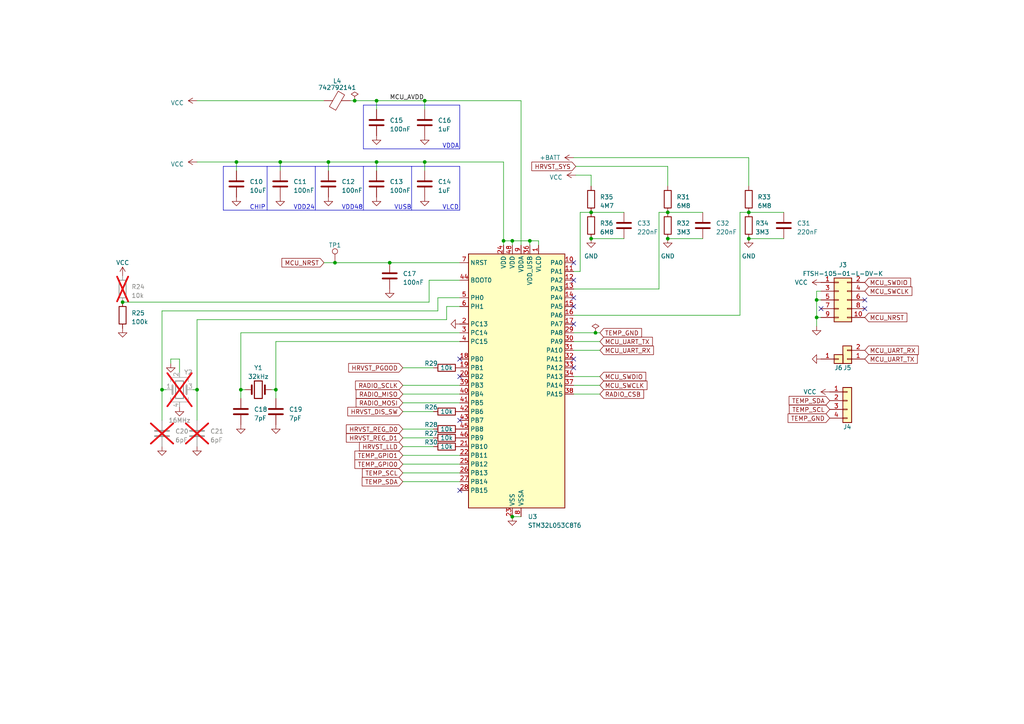
<source format=kicad_sch>
(kicad_sch (version 20230121) (generator eeschema)

  (uuid de0ed2cd-1669-45c4-8ba7-ce8143826092)

  (paper "A4")

  (lib_symbols
    (symbol "Connector:TestPoint" (pin_numbers hide) (pin_names (offset 0.762) hide) (in_bom yes) (on_board yes)
      (property "Reference" "TP" (at 0 6.858 0)
        (effects (font (size 1.27 1.27)))
      )
      (property "Value" "TestPoint" (at 0 5.08 0)
        (effects (font (size 1.27 1.27)))
      )
      (property "Footprint" "" (at 5.08 0 0)
        (effects (font (size 1.27 1.27)) hide)
      )
      (property "Datasheet" "~" (at 5.08 0 0)
        (effects (font (size 1.27 1.27)) hide)
      )
      (property "ki_keywords" "test point tp" (at 0 0 0)
        (effects (font (size 1.27 1.27)) hide)
      )
      (property "ki_description" "test point" (at 0 0 0)
        (effects (font (size 1.27 1.27)) hide)
      )
      (property "ki_fp_filters" "Pin* Test*" (at 0 0 0)
        (effects (font (size 1.27 1.27)) hide)
      )
      (symbol "TestPoint_0_1"
        (circle (center 0 3.302) (radius 0.762)
          (stroke (width 0) (type default))
          (fill (type none))
        )
      )
      (symbol "TestPoint_1_1"
        (pin passive line (at 0 0 90) (length 2.54)
          (name "1" (effects (font (size 1.27 1.27))))
          (number "1" (effects (font (size 1.27 1.27))))
        )
      )
    )
    (symbol "Connector_Generic:Conn_01x01" (pin_names (offset 1.016) hide) (in_bom yes) (on_board yes)
      (property "Reference" "J" (at 0 2.54 0)
        (effects (font (size 1.27 1.27)))
      )
      (property "Value" "Conn_01x01" (at 0 -2.54 0)
        (effects (font (size 1.27 1.27)))
      )
      (property "Footprint" "" (at 0 0 0)
        (effects (font (size 1.27 1.27)) hide)
      )
      (property "Datasheet" "~" (at 0 0 0)
        (effects (font (size 1.27 1.27)) hide)
      )
      (property "ki_keywords" "connector" (at 0 0 0)
        (effects (font (size 1.27 1.27)) hide)
      )
      (property "ki_description" "Generic connector, single row, 01x01, script generated (kicad-library-utils/schlib/autogen/connector/)" (at 0 0 0)
        (effects (font (size 1.27 1.27)) hide)
      )
      (property "ki_fp_filters" "Connector*:*_1x??_*" (at 0 0 0)
        (effects (font (size 1.27 1.27)) hide)
      )
      (symbol "Conn_01x01_1_1"
        (rectangle (start -1.27 0.127) (end 0 -0.127)
          (stroke (width 0.1524) (type default))
          (fill (type none))
        )
        (rectangle (start -1.27 1.27) (end 1.27 -1.27)
          (stroke (width 0.254) (type default))
          (fill (type background))
        )
        (pin passive line (at -5.08 0 0) (length 3.81)
          (name "Pin_1" (effects (font (size 1.27 1.27))))
          (number "1" (effects (font (size 1.27 1.27))))
        )
      )
    )
    (symbol "Connector_Generic:Conn_01x02" (pin_names (offset 1.016) hide) (in_bom yes) (on_board yes)
      (property "Reference" "J" (at 0 2.54 0)
        (effects (font (size 1.27 1.27)))
      )
      (property "Value" "Conn_01x02" (at 0 -5.08 0)
        (effects (font (size 1.27 1.27)))
      )
      (property "Footprint" "" (at 0 0 0)
        (effects (font (size 1.27 1.27)) hide)
      )
      (property "Datasheet" "~" (at 0 0 0)
        (effects (font (size 1.27 1.27)) hide)
      )
      (property "ki_keywords" "connector" (at 0 0 0)
        (effects (font (size 1.27 1.27)) hide)
      )
      (property "ki_description" "Generic connector, single row, 01x02, script generated (kicad-library-utils/schlib/autogen/connector/)" (at 0 0 0)
        (effects (font (size 1.27 1.27)) hide)
      )
      (property "ki_fp_filters" "Connector*:*_1x??_*" (at 0 0 0)
        (effects (font (size 1.27 1.27)) hide)
      )
      (symbol "Conn_01x02_1_1"
        (rectangle (start -1.27 -2.413) (end 0 -2.667)
          (stroke (width 0.1524) (type default))
          (fill (type none))
        )
        (rectangle (start -1.27 0.127) (end 0 -0.127)
          (stroke (width 0.1524) (type default))
          (fill (type none))
        )
        (rectangle (start -1.27 1.27) (end 1.27 -3.81)
          (stroke (width 0.254) (type default))
          (fill (type background))
        )
        (pin passive line (at -5.08 0 0) (length 3.81)
          (name "Pin_1" (effects (font (size 1.27 1.27))))
          (number "1" (effects (font (size 1.27 1.27))))
        )
        (pin passive line (at -5.08 -2.54 0) (length 3.81)
          (name "Pin_2" (effects (font (size 1.27 1.27))))
          (number "2" (effects (font (size 1.27 1.27))))
        )
      )
    )
    (symbol "Connector_Generic:Conn_01x04" (pin_names (offset 1.016) hide) (in_bom yes) (on_board yes)
      (property "Reference" "J" (at 0 5.08 0)
        (effects (font (size 1.27 1.27)))
      )
      (property "Value" "Conn_01x04" (at 0 -7.62 0)
        (effects (font (size 1.27 1.27)))
      )
      (property "Footprint" "" (at 0 0 0)
        (effects (font (size 1.27 1.27)) hide)
      )
      (property "Datasheet" "~" (at 0 0 0)
        (effects (font (size 1.27 1.27)) hide)
      )
      (property "ki_keywords" "connector" (at 0 0 0)
        (effects (font (size 1.27 1.27)) hide)
      )
      (property "ki_description" "Generic connector, single row, 01x04, script generated (kicad-library-utils/schlib/autogen/connector/)" (at 0 0 0)
        (effects (font (size 1.27 1.27)) hide)
      )
      (property "ki_fp_filters" "Connector*:*_1x??_*" (at 0 0 0)
        (effects (font (size 1.27 1.27)) hide)
      )
      (symbol "Conn_01x04_1_1"
        (rectangle (start -1.27 -4.953) (end 0 -5.207)
          (stroke (width 0.1524) (type default))
          (fill (type none))
        )
        (rectangle (start -1.27 -2.413) (end 0 -2.667)
          (stroke (width 0.1524) (type default))
          (fill (type none))
        )
        (rectangle (start -1.27 0.127) (end 0 -0.127)
          (stroke (width 0.1524) (type default))
          (fill (type none))
        )
        (rectangle (start -1.27 2.667) (end 0 2.413)
          (stroke (width 0.1524) (type default))
          (fill (type none))
        )
        (rectangle (start -1.27 3.81) (end 1.27 -6.35)
          (stroke (width 0.254) (type default))
          (fill (type background))
        )
        (pin passive line (at -5.08 2.54 0) (length 3.81)
          (name "Pin_1" (effects (font (size 1.27 1.27))))
          (number "1" (effects (font (size 1.27 1.27))))
        )
        (pin passive line (at -5.08 0 0) (length 3.81)
          (name "Pin_2" (effects (font (size 1.27 1.27))))
          (number "2" (effects (font (size 1.27 1.27))))
        )
        (pin passive line (at -5.08 -2.54 0) (length 3.81)
          (name "Pin_3" (effects (font (size 1.27 1.27))))
          (number "3" (effects (font (size 1.27 1.27))))
        )
        (pin passive line (at -5.08 -5.08 0) (length 3.81)
          (name "Pin_4" (effects (font (size 1.27 1.27))))
          (number "4" (effects (font (size 1.27 1.27))))
        )
      )
    )
    (symbol "Connector_Generic:Conn_02x05_Odd_Even" (pin_names (offset 1.016) hide) (in_bom yes) (on_board yes)
      (property "Reference" "J" (at 1.27 7.62 0)
        (effects (font (size 1.27 1.27)))
      )
      (property "Value" "Conn_02x05_Odd_Even" (at 1.27 -7.62 0)
        (effects (font (size 1.27 1.27)))
      )
      (property "Footprint" "" (at 0 0 0)
        (effects (font (size 1.27 1.27)) hide)
      )
      (property "Datasheet" "~" (at 0 0 0)
        (effects (font (size 1.27 1.27)) hide)
      )
      (property "ki_keywords" "connector" (at 0 0 0)
        (effects (font (size 1.27 1.27)) hide)
      )
      (property "ki_description" "Generic connector, double row, 02x05, odd/even pin numbering scheme (row 1 odd numbers, row 2 even numbers), script generated (kicad-library-utils/schlib/autogen/connector/)" (at 0 0 0)
        (effects (font (size 1.27 1.27)) hide)
      )
      (property "ki_fp_filters" "Connector*:*_2x??_*" (at 0 0 0)
        (effects (font (size 1.27 1.27)) hide)
      )
      (symbol "Conn_02x05_Odd_Even_1_1"
        (rectangle (start -1.27 -4.953) (end 0 -5.207)
          (stroke (width 0.1524) (type default))
          (fill (type none))
        )
        (rectangle (start -1.27 -2.413) (end 0 -2.667)
          (stroke (width 0.1524) (type default))
          (fill (type none))
        )
        (rectangle (start -1.27 0.127) (end 0 -0.127)
          (stroke (width 0.1524) (type default))
          (fill (type none))
        )
        (rectangle (start -1.27 2.667) (end 0 2.413)
          (stroke (width 0.1524) (type default))
          (fill (type none))
        )
        (rectangle (start -1.27 5.207) (end 0 4.953)
          (stroke (width 0.1524) (type default))
          (fill (type none))
        )
        (rectangle (start -1.27 6.35) (end 3.81 -6.35)
          (stroke (width 0.254) (type default))
          (fill (type background))
        )
        (rectangle (start 3.81 -4.953) (end 2.54 -5.207)
          (stroke (width 0.1524) (type default))
          (fill (type none))
        )
        (rectangle (start 3.81 -2.413) (end 2.54 -2.667)
          (stroke (width 0.1524) (type default))
          (fill (type none))
        )
        (rectangle (start 3.81 0.127) (end 2.54 -0.127)
          (stroke (width 0.1524) (type default))
          (fill (type none))
        )
        (rectangle (start 3.81 2.667) (end 2.54 2.413)
          (stroke (width 0.1524) (type default))
          (fill (type none))
        )
        (rectangle (start 3.81 5.207) (end 2.54 4.953)
          (stroke (width 0.1524) (type default))
          (fill (type none))
        )
        (pin passive line (at -5.08 5.08 0) (length 3.81)
          (name "Pin_1" (effects (font (size 1.27 1.27))))
          (number "1" (effects (font (size 1.27 1.27))))
        )
        (pin passive line (at 7.62 -5.08 180) (length 3.81)
          (name "Pin_10" (effects (font (size 1.27 1.27))))
          (number "10" (effects (font (size 1.27 1.27))))
        )
        (pin passive line (at 7.62 5.08 180) (length 3.81)
          (name "Pin_2" (effects (font (size 1.27 1.27))))
          (number "2" (effects (font (size 1.27 1.27))))
        )
        (pin passive line (at -5.08 2.54 0) (length 3.81)
          (name "Pin_3" (effects (font (size 1.27 1.27))))
          (number "3" (effects (font (size 1.27 1.27))))
        )
        (pin passive line (at 7.62 2.54 180) (length 3.81)
          (name "Pin_4" (effects (font (size 1.27 1.27))))
          (number "4" (effects (font (size 1.27 1.27))))
        )
        (pin passive line (at -5.08 0 0) (length 3.81)
          (name "Pin_5" (effects (font (size 1.27 1.27))))
          (number "5" (effects (font (size 1.27 1.27))))
        )
        (pin passive line (at 7.62 0 180) (length 3.81)
          (name "Pin_6" (effects (font (size 1.27 1.27))))
          (number "6" (effects (font (size 1.27 1.27))))
        )
        (pin passive line (at -5.08 -2.54 0) (length 3.81)
          (name "Pin_7" (effects (font (size 1.27 1.27))))
          (number "7" (effects (font (size 1.27 1.27))))
        )
        (pin passive line (at 7.62 -2.54 180) (length 3.81)
          (name "Pin_8" (effects (font (size 1.27 1.27))))
          (number "8" (effects (font (size 1.27 1.27))))
        )
        (pin passive line (at -5.08 -5.08 0) (length 3.81)
          (name "Pin_9" (effects (font (size 1.27 1.27))))
          (number "9" (effects (font (size 1.27 1.27))))
        )
      )
    )
    (symbol "Device:C" (pin_numbers hide) (pin_names (offset 0.254)) (in_bom yes) (on_board yes)
      (property "Reference" "C" (at 0.635 2.54 0)
        (effects (font (size 1.27 1.27)) (justify left))
      )
      (property "Value" "C" (at 0.635 -2.54 0)
        (effects (font (size 1.27 1.27)) (justify left))
      )
      (property "Footprint" "" (at 0.9652 -3.81 0)
        (effects (font (size 1.27 1.27)) hide)
      )
      (property "Datasheet" "~" (at 0 0 0)
        (effects (font (size 1.27 1.27)) hide)
      )
      (property "ki_keywords" "cap capacitor" (at 0 0 0)
        (effects (font (size 1.27 1.27)) hide)
      )
      (property "ki_description" "Unpolarized capacitor" (at 0 0 0)
        (effects (font (size 1.27 1.27)) hide)
      )
      (property "ki_fp_filters" "C_*" (at 0 0 0)
        (effects (font (size 1.27 1.27)) hide)
      )
      (symbol "C_0_1"
        (polyline
          (pts
            (xy -2.032 -0.762)
            (xy 2.032 -0.762)
          )
          (stroke (width 0.508) (type default))
          (fill (type none))
        )
        (polyline
          (pts
            (xy -2.032 0.762)
            (xy 2.032 0.762)
          )
          (stroke (width 0.508) (type default))
          (fill (type none))
        )
      )
      (symbol "C_1_1"
        (pin passive line (at 0 3.81 270) (length 2.794)
          (name "~" (effects (font (size 1.27 1.27))))
          (number "1" (effects (font (size 1.27 1.27))))
        )
        (pin passive line (at 0 -3.81 90) (length 2.794)
          (name "~" (effects (font (size 1.27 1.27))))
          (number "2" (effects (font (size 1.27 1.27))))
        )
      )
    )
    (symbol "Device:Crystal" (pin_numbers hide) (pin_names (offset 1.016) hide) (in_bom yes) (on_board yes)
      (property "Reference" "Y" (at 0 3.81 0)
        (effects (font (size 1.27 1.27)))
      )
      (property "Value" "Crystal" (at 0 -3.81 0)
        (effects (font (size 1.27 1.27)))
      )
      (property "Footprint" "" (at 0 0 0)
        (effects (font (size 1.27 1.27)) hide)
      )
      (property "Datasheet" "~" (at 0 0 0)
        (effects (font (size 1.27 1.27)) hide)
      )
      (property "ki_keywords" "quartz ceramic resonator oscillator" (at 0 0 0)
        (effects (font (size 1.27 1.27)) hide)
      )
      (property "ki_description" "Two pin crystal" (at 0 0 0)
        (effects (font (size 1.27 1.27)) hide)
      )
      (property "ki_fp_filters" "Crystal*" (at 0 0 0)
        (effects (font (size 1.27 1.27)) hide)
      )
      (symbol "Crystal_0_1"
        (rectangle (start -1.143 2.54) (end 1.143 -2.54)
          (stroke (width 0.3048) (type default))
          (fill (type none))
        )
        (polyline
          (pts
            (xy -2.54 0)
            (xy -1.905 0)
          )
          (stroke (width 0) (type default))
          (fill (type none))
        )
        (polyline
          (pts
            (xy -1.905 -1.27)
            (xy -1.905 1.27)
          )
          (stroke (width 0.508) (type default))
          (fill (type none))
        )
        (polyline
          (pts
            (xy 1.905 -1.27)
            (xy 1.905 1.27)
          )
          (stroke (width 0.508) (type default))
          (fill (type none))
        )
        (polyline
          (pts
            (xy 2.54 0)
            (xy 1.905 0)
          )
          (stroke (width 0) (type default))
          (fill (type none))
        )
      )
      (symbol "Crystal_1_1"
        (pin passive line (at -3.81 0 0) (length 1.27)
          (name "1" (effects (font (size 1.27 1.27))))
          (number "1" (effects (font (size 1.27 1.27))))
        )
        (pin passive line (at 3.81 0 180) (length 1.27)
          (name "2" (effects (font (size 1.27 1.27))))
          (number "2" (effects (font (size 1.27 1.27))))
        )
      )
    )
    (symbol "Device:Crystal_GND24" (pin_names (offset 1.016) hide) (in_bom yes) (on_board yes)
      (property "Reference" "Y" (at 3.175 5.08 0)
        (effects (font (size 1.27 1.27)) (justify left))
      )
      (property "Value" "Crystal_GND24" (at 3.175 3.175 0)
        (effects (font (size 1.27 1.27)) (justify left))
      )
      (property "Footprint" "" (at 0 0 0)
        (effects (font (size 1.27 1.27)) hide)
      )
      (property "Datasheet" "~" (at 0 0 0)
        (effects (font (size 1.27 1.27)) hide)
      )
      (property "ki_keywords" "quartz ceramic resonator oscillator" (at 0 0 0)
        (effects (font (size 1.27 1.27)) hide)
      )
      (property "ki_description" "Four pin crystal, GND on pins 2 and 4" (at 0 0 0)
        (effects (font (size 1.27 1.27)) hide)
      )
      (property "ki_fp_filters" "Crystal*" (at 0 0 0)
        (effects (font (size 1.27 1.27)) hide)
      )
      (symbol "Crystal_GND24_0_1"
        (rectangle (start -1.143 2.54) (end 1.143 -2.54)
          (stroke (width 0.3048) (type default))
          (fill (type none))
        )
        (polyline
          (pts
            (xy -2.54 0)
            (xy -2.032 0)
          )
          (stroke (width 0) (type default))
          (fill (type none))
        )
        (polyline
          (pts
            (xy -2.032 -1.27)
            (xy -2.032 1.27)
          )
          (stroke (width 0.508) (type default))
          (fill (type none))
        )
        (polyline
          (pts
            (xy 0 -3.81)
            (xy 0 -3.556)
          )
          (stroke (width 0) (type default))
          (fill (type none))
        )
        (polyline
          (pts
            (xy 0 3.556)
            (xy 0 3.81)
          )
          (stroke (width 0) (type default))
          (fill (type none))
        )
        (polyline
          (pts
            (xy 2.032 -1.27)
            (xy 2.032 1.27)
          )
          (stroke (width 0.508) (type default))
          (fill (type none))
        )
        (polyline
          (pts
            (xy 2.032 0)
            (xy 2.54 0)
          )
          (stroke (width 0) (type default))
          (fill (type none))
        )
        (polyline
          (pts
            (xy -2.54 -2.286)
            (xy -2.54 -3.556)
            (xy 2.54 -3.556)
            (xy 2.54 -2.286)
          )
          (stroke (width 0) (type default))
          (fill (type none))
        )
        (polyline
          (pts
            (xy -2.54 2.286)
            (xy -2.54 3.556)
            (xy 2.54 3.556)
            (xy 2.54 2.286)
          )
          (stroke (width 0) (type default))
          (fill (type none))
        )
      )
      (symbol "Crystal_GND24_1_1"
        (pin passive line (at -3.81 0 0) (length 1.27)
          (name "1" (effects (font (size 1.27 1.27))))
          (number "1" (effects (font (size 1.27 1.27))))
        )
        (pin passive line (at 0 5.08 270) (length 1.27)
          (name "2" (effects (font (size 1.27 1.27))))
          (number "2" (effects (font (size 1.27 1.27))))
        )
        (pin passive line (at 3.81 0 180) (length 1.27)
          (name "3" (effects (font (size 1.27 1.27))))
          (number "3" (effects (font (size 1.27 1.27))))
        )
        (pin passive line (at 0 -5.08 90) (length 1.27)
          (name "4" (effects (font (size 1.27 1.27))))
          (number "4" (effects (font (size 1.27 1.27))))
        )
      )
    )
    (symbol "Device:FerriteBead" (pin_numbers hide) (pin_names (offset 0)) (in_bom yes) (on_board yes)
      (property "Reference" "FB" (at -3.81 0.635 90)
        (effects (font (size 1.27 1.27)))
      )
      (property "Value" "FerriteBead" (at 3.81 0 90)
        (effects (font (size 1.27 1.27)))
      )
      (property "Footprint" "" (at -1.778 0 90)
        (effects (font (size 1.27 1.27)) hide)
      )
      (property "Datasheet" "~" (at 0 0 0)
        (effects (font (size 1.27 1.27)) hide)
      )
      (property "ki_keywords" "L ferrite bead inductor filter" (at 0 0 0)
        (effects (font (size 1.27 1.27)) hide)
      )
      (property "ki_description" "Ferrite bead" (at 0 0 0)
        (effects (font (size 1.27 1.27)) hide)
      )
      (property "ki_fp_filters" "Inductor_* L_* *Ferrite*" (at 0 0 0)
        (effects (font (size 1.27 1.27)) hide)
      )
      (symbol "FerriteBead_0_1"
        (polyline
          (pts
            (xy 0 -1.27)
            (xy 0 -1.2192)
          )
          (stroke (width 0) (type default))
          (fill (type none))
        )
        (polyline
          (pts
            (xy 0 1.27)
            (xy 0 1.2954)
          )
          (stroke (width 0) (type default))
          (fill (type none))
        )
        (polyline
          (pts
            (xy -2.7686 0.4064)
            (xy -1.7018 2.2606)
            (xy 2.7686 -0.3048)
            (xy 1.6764 -2.159)
            (xy -2.7686 0.4064)
          )
          (stroke (width 0) (type default))
          (fill (type none))
        )
      )
      (symbol "FerriteBead_1_1"
        (pin passive line (at 0 3.81 270) (length 2.54)
          (name "~" (effects (font (size 1.27 1.27))))
          (number "1" (effects (font (size 1.27 1.27))))
        )
        (pin passive line (at 0 -3.81 90) (length 2.54)
          (name "~" (effects (font (size 1.27 1.27))))
          (number "2" (effects (font (size 1.27 1.27))))
        )
      )
    )
    (symbol "Device:R" (pin_numbers hide) (pin_names (offset 0)) (in_bom yes) (on_board yes)
      (property "Reference" "R" (at 2.032 0 90)
        (effects (font (size 1.27 1.27)))
      )
      (property "Value" "R" (at 0 0 90)
        (effects (font (size 1.27 1.27)))
      )
      (property "Footprint" "" (at -1.778 0 90)
        (effects (font (size 1.27 1.27)) hide)
      )
      (property "Datasheet" "~" (at 0 0 0)
        (effects (font (size 1.27 1.27)) hide)
      )
      (property "ki_keywords" "R res resistor" (at 0 0 0)
        (effects (font (size 1.27 1.27)) hide)
      )
      (property "ki_description" "Resistor" (at 0 0 0)
        (effects (font (size 1.27 1.27)) hide)
      )
      (property "ki_fp_filters" "R_*" (at 0 0 0)
        (effects (font (size 1.27 1.27)) hide)
      )
      (symbol "R_0_1"
        (rectangle (start -1.016 -2.54) (end 1.016 2.54)
          (stroke (width 0.254) (type default))
          (fill (type none))
        )
      )
      (symbol "R_1_1"
        (pin passive line (at 0 3.81 270) (length 1.27)
          (name "~" (effects (font (size 1.27 1.27))))
          (number "1" (effects (font (size 1.27 1.27))))
        )
        (pin passive line (at 0 -3.81 90) (length 1.27)
          (name "~" (effects (font (size 1.27 1.27))))
          (number "2" (effects (font (size 1.27 1.27))))
        )
      )
    )
    (symbol "MCU_ST_STM32L0:STM32L053C8Tx" (in_bom yes) (on_board yes)
      (property "Reference" "U" (at -12.7 39.37 0)
        (effects (font (size 1.27 1.27)) (justify left))
      )
      (property "Value" "STM32L053C8Tx" (at 10.16 39.37 0)
        (effects (font (size 1.27 1.27)) (justify left))
      )
      (property "Footprint" "Package_QFP:LQFP-48_7x7mm_P0.5mm" (at -12.7 -35.56 0)
        (effects (font (size 1.27 1.27)) (justify right) hide)
      )
      (property "Datasheet" "https://www.st.com/resource/en/datasheet/stm32l053c8.pdf" (at 0 0 0)
        (effects (font (size 1.27 1.27)) hide)
      )
      (property "ki_locked" "" (at 0 0 0)
        (effects (font (size 1.27 1.27)))
      )
      (property "ki_keywords" "Arm Cortex-M0+ STM32L0 STM32L0x3" (at 0 0 0)
        (effects (font (size 1.27 1.27)) hide)
      )
      (property "ki_description" "STMicroelectronics Arm Cortex-M0+ MCU, 64KB flash, 8KB RAM, 32 MHz, 1.65-3.6V, 37 GPIO, LQFP48" (at 0 0 0)
        (effects (font (size 1.27 1.27)) hide)
      )
      (property "ki_fp_filters" "LQFP*7x7mm*P0.5mm*" (at 0 0 0)
        (effects (font (size 1.27 1.27)) hide)
      )
      (symbol "STM32L053C8Tx_0_1"
        (rectangle (start -12.7 -35.56) (end 15.24 38.1)
          (stroke (width 0.254) (type default))
          (fill (type background))
        )
      )
      (symbol "STM32L053C8Tx_1_1"
        (pin power_in line (at 7.62 40.64 270) (length 2.54)
          (name "VLCD" (effects (font (size 1.27 1.27))))
          (number "1" (effects (font (size 1.27 1.27))))
        )
        (pin bidirectional line (at 17.78 35.56 180) (length 2.54)
          (name "PA0" (effects (font (size 1.27 1.27))))
          (number "10" (effects (font (size 1.27 1.27))))
          (alternate "ADC_IN0" bidirectional line)
          (alternate "COMP1_INM" bidirectional line)
          (alternate "COMP1_OUT" bidirectional line)
          (alternate "RTC_TAMP2" bidirectional line)
          (alternate "SYS_WKUP1" bidirectional line)
          (alternate "TIM2_CH1" bidirectional line)
          (alternate "TIM2_ETR" bidirectional line)
          (alternate "TSC_G1_IO1" bidirectional line)
          (alternate "USART2_CTS" bidirectional line)
        )
        (pin bidirectional line (at 17.78 33.02 180) (length 2.54)
          (name "PA1" (effects (font (size 1.27 1.27))))
          (number "11" (effects (font (size 1.27 1.27))))
          (alternate "ADC_IN1" bidirectional line)
          (alternate "COMP1_INP" bidirectional line)
          (alternate "LCD_SEG0" bidirectional line)
          (alternate "TIM21_ETR" bidirectional line)
          (alternate "TIM2_CH2" bidirectional line)
          (alternate "TSC_G1_IO2" bidirectional line)
          (alternate "USART2_DE" bidirectional line)
          (alternate "USART2_RTS" bidirectional line)
        )
        (pin bidirectional line (at 17.78 30.48 180) (length 2.54)
          (name "PA2" (effects (font (size 1.27 1.27))))
          (number "12" (effects (font (size 1.27 1.27))))
          (alternate "ADC_IN2" bidirectional line)
          (alternate "COMP2_INM" bidirectional line)
          (alternate "COMP2_OUT" bidirectional line)
          (alternate "LCD_SEG1" bidirectional line)
          (alternate "TIM21_CH1" bidirectional line)
          (alternate "TIM2_CH3" bidirectional line)
          (alternate "TSC_G1_IO3" bidirectional line)
          (alternate "USART2_TX" bidirectional line)
        )
        (pin bidirectional line (at 17.78 27.94 180) (length 2.54)
          (name "PA3" (effects (font (size 1.27 1.27))))
          (number "13" (effects (font (size 1.27 1.27))))
          (alternate "ADC_IN3" bidirectional line)
          (alternate "COMP2_INP" bidirectional line)
          (alternate "LCD_SEG2" bidirectional line)
          (alternate "TIM21_CH2" bidirectional line)
          (alternate "TIM2_CH4" bidirectional line)
          (alternate "TSC_G1_IO4" bidirectional line)
          (alternate "USART2_RX" bidirectional line)
        )
        (pin bidirectional line (at 17.78 25.4 180) (length 2.54)
          (name "PA4" (effects (font (size 1.27 1.27))))
          (number "14" (effects (font (size 1.27 1.27))))
          (alternate "ADC_IN4" bidirectional line)
          (alternate "COMP1_INM" bidirectional line)
          (alternate "COMP2_INM" bidirectional line)
          (alternate "DAC_OUT1" bidirectional line)
          (alternate "SPI1_NSS" bidirectional line)
          (alternate "TIM22_ETR" bidirectional line)
          (alternate "TSC_G2_IO1" bidirectional line)
          (alternate "USART2_CK" bidirectional line)
        )
        (pin bidirectional line (at 17.78 22.86 180) (length 2.54)
          (name "PA5" (effects (font (size 1.27 1.27))))
          (number "15" (effects (font (size 1.27 1.27))))
          (alternate "ADC_IN5" bidirectional line)
          (alternate "COMP1_INM" bidirectional line)
          (alternate "COMP2_INM" bidirectional line)
          (alternate "SPI1_SCK" bidirectional line)
          (alternate "TIM2_CH1" bidirectional line)
          (alternate "TIM2_ETR" bidirectional line)
          (alternate "TSC_G2_IO2" bidirectional line)
        )
        (pin bidirectional line (at 17.78 20.32 180) (length 2.54)
          (name "PA6" (effects (font (size 1.27 1.27))))
          (number "16" (effects (font (size 1.27 1.27))))
          (alternate "ADC_IN6" bidirectional line)
          (alternate "COMP1_OUT" bidirectional line)
          (alternate "LCD_SEG3" bidirectional line)
          (alternate "LPUART1_CTS" bidirectional line)
          (alternate "SPI1_MISO" bidirectional line)
          (alternate "TIM22_CH1" bidirectional line)
          (alternate "TSC_G2_IO3" bidirectional line)
        )
        (pin bidirectional line (at 17.78 17.78 180) (length 2.54)
          (name "PA7" (effects (font (size 1.27 1.27))))
          (number "17" (effects (font (size 1.27 1.27))))
          (alternate "ADC_IN7" bidirectional line)
          (alternate "COMP2_OUT" bidirectional line)
          (alternate "LCD_SEG4" bidirectional line)
          (alternate "SPI1_MOSI" bidirectional line)
          (alternate "TIM22_CH2" bidirectional line)
          (alternate "TSC_G2_IO4" bidirectional line)
        )
        (pin bidirectional line (at -15.24 7.62 0) (length 2.54)
          (name "PB0" (effects (font (size 1.27 1.27))))
          (number "18" (effects (font (size 1.27 1.27))))
          (alternate "ADC_IN8" bidirectional line)
          (alternate "LCD_SEG5" bidirectional line)
          (alternate "LCD_VLCD3" bidirectional line)
          (alternate "SYS_VREF_OUT_PB0" bidirectional line)
          (alternate "TSC_G3_IO2" bidirectional line)
        )
        (pin bidirectional line (at -15.24 5.08 0) (length 2.54)
          (name "PB1" (effects (font (size 1.27 1.27))))
          (number "19" (effects (font (size 1.27 1.27))))
          (alternate "ADC_IN9" bidirectional line)
          (alternate "LCD_SEG6" bidirectional line)
          (alternate "LPUART1_DE" bidirectional line)
          (alternate "LPUART1_RTS" bidirectional line)
          (alternate "SYS_VREF_OUT_PB1" bidirectional line)
          (alternate "TSC_G3_IO3" bidirectional line)
        )
        (pin bidirectional line (at -15.24 17.78 0) (length 2.54)
          (name "PC13" (effects (font (size 1.27 1.27))))
          (number "2" (effects (font (size 1.27 1.27))))
          (alternate "RTC_OUT_ALARM" bidirectional line)
          (alternate "RTC_OUT_CALIB" bidirectional line)
          (alternate "RTC_TAMP1" bidirectional line)
          (alternate "RTC_TS" bidirectional line)
          (alternate "SYS_WKUP2" bidirectional line)
        )
        (pin bidirectional line (at -15.24 2.54 0) (length 2.54)
          (name "PB2" (effects (font (size 1.27 1.27))))
          (number "20" (effects (font (size 1.27 1.27))))
          (alternate "LCD_VLCD1" bidirectional line)
          (alternate "LPTIM1_OUT" bidirectional line)
          (alternate "TSC_G3_IO4" bidirectional line)
        )
        (pin bidirectional line (at -15.24 -17.78 0) (length 2.54)
          (name "PB10" (effects (font (size 1.27 1.27))))
          (number "21" (effects (font (size 1.27 1.27))))
          (alternate "I2C2_SCL" bidirectional line)
          (alternate "LCD_SEG10" bidirectional line)
          (alternate "LPUART1_TX" bidirectional line)
          (alternate "SPI2_SCK" bidirectional line)
          (alternate "TIM2_CH3" bidirectional line)
          (alternate "TSC_SYNC" bidirectional line)
        )
        (pin bidirectional line (at -15.24 -20.32 0) (length 2.54)
          (name "PB11" (effects (font (size 1.27 1.27))))
          (number "22" (effects (font (size 1.27 1.27))))
          (alternate "ADC_EXTI11" bidirectional line)
          (alternate "I2C2_SDA" bidirectional line)
          (alternate "LCD_SEG11" bidirectional line)
          (alternate "LPUART1_RX" bidirectional line)
          (alternate "TIM2_CH4" bidirectional line)
          (alternate "TSC_G6_IO1" bidirectional line)
        )
        (pin power_in line (at 0 -38.1 90) (length 2.54)
          (name "VSS" (effects (font (size 1.27 1.27))))
          (number "23" (effects (font (size 1.27 1.27))))
        )
        (pin power_in line (at -2.54 40.64 270) (length 2.54)
          (name "VDD" (effects (font (size 1.27 1.27))))
          (number "24" (effects (font (size 1.27 1.27))))
        )
        (pin bidirectional line (at -15.24 -22.86 0) (length 2.54)
          (name "PB12" (effects (font (size 1.27 1.27))))
          (number "25" (effects (font (size 1.27 1.27))))
          (alternate "I2S2_WS" bidirectional line)
          (alternate "LCD_SEG12" bidirectional line)
          (alternate "LCD_VLCD2" bidirectional line)
          (alternate "LPUART1_DE" bidirectional line)
          (alternate "LPUART1_RTS" bidirectional line)
          (alternate "SPI2_NSS" bidirectional line)
          (alternate "TSC_G6_IO2" bidirectional line)
        )
        (pin bidirectional line (at -15.24 -25.4 0) (length 2.54)
          (name "PB13" (effects (font (size 1.27 1.27))))
          (number "26" (effects (font (size 1.27 1.27))))
          (alternate "I2C2_SCL" bidirectional line)
          (alternate "I2S2_CK" bidirectional line)
          (alternate "LCD_SEG13" bidirectional line)
          (alternate "LPUART1_CTS" bidirectional line)
          (alternate "SPI2_SCK" bidirectional line)
          (alternate "TIM21_CH1" bidirectional line)
          (alternate "TSC_G6_IO3" bidirectional line)
        )
        (pin bidirectional line (at -15.24 -27.94 0) (length 2.54)
          (name "PB14" (effects (font (size 1.27 1.27))))
          (number "27" (effects (font (size 1.27 1.27))))
          (alternate "I2C2_SDA" bidirectional line)
          (alternate "I2S2_MCK" bidirectional line)
          (alternate "LCD_SEG14" bidirectional line)
          (alternate "LPUART1_DE" bidirectional line)
          (alternate "LPUART1_RTS" bidirectional line)
          (alternate "RTC_OUT_ALARM" bidirectional line)
          (alternate "RTC_OUT_CALIB" bidirectional line)
          (alternate "SPI2_MISO" bidirectional line)
          (alternate "TIM21_CH2" bidirectional line)
          (alternate "TSC_G6_IO4" bidirectional line)
        )
        (pin bidirectional line (at -15.24 -30.48 0) (length 2.54)
          (name "PB15" (effects (font (size 1.27 1.27))))
          (number "28" (effects (font (size 1.27 1.27))))
          (alternate "I2S2_SD" bidirectional line)
          (alternate "LCD_SEG15" bidirectional line)
          (alternate "RTC_REFIN" bidirectional line)
          (alternate "SPI2_MOSI" bidirectional line)
        )
        (pin bidirectional line (at 17.78 15.24 180) (length 2.54)
          (name "PA8" (effects (font (size 1.27 1.27))))
          (number "29" (effects (font (size 1.27 1.27))))
          (alternate "CRS_SYNC" bidirectional line)
          (alternate "LCD_COM0" bidirectional line)
          (alternate "RCC_MCO" bidirectional line)
          (alternate "USART1_CK" bidirectional line)
        )
        (pin bidirectional line (at -15.24 15.24 0) (length 2.54)
          (name "PC14" (effects (font (size 1.27 1.27))))
          (number "3" (effects (font (size 1.27 1.27))))
          (alternate "RCC_OSC32_IN" bidirectional line)
        )
        (pin bidirectional line (at 17.78 12.7 180) (length 2.54)
          (name "PA9" (effects (font (size 1.27 1.27))))
          (number "30" (effects (font (size 1.27 1.27))))
          (alternate "DAC_EXTI9" bidirectional line)
          (alternate "LCD_COM1" bidirectional line)
          (alternate "RCC_MCO" bidirectional line)
          (alternate "TSC_G4_IO1" bidirectional line)
          (alternate "USART1_TX" bidirectional line)
        )
        (pin bidirectional line (at 17.78 10.16 180) (length 2.54)
          (name "PA10" (effects (font (size 1.27 1.27))))
          (number "31" (effects (font (size 1.27 1.27))))
          (alternate "LCD_COM2" bidirectional line)
          (alternate "TSC_G4_IO2" bidirectional line)
          (alternate "USART1_RX" bidirectional line)
        )
        (pin bidirectional line (at 17.78 7.62 180) (length 2.54)
          (name "PA11" (effects (font (size 1.27 1.27))))
          (number "32" (effects (font (size 1.27 1.27))))
          (alternate "ADC_EXTI11" bidirectional line)
          (alternate "COMP1_OUT" bidirectional line)
          (alternate "SPI1_MISO" bidirectional line)
          (alternate "TSC_G4_IO3" bidirectional line)
          (alternate "USART1_CTS" bidirectional line)
          (alternate "USB_DM" bidirectional line)
        )
        (pin bidirectional line (at 17.78 5.08 180) (length 2.54)
          (name "PA12" (effects (font (size 1.27 1.27))))
          (number "33" (effects (font (size 1.27 1.27))))
          (alternate "COMP2_OUT" bidirectional line)
          (alternate "SPI1_MOSI" bidirectional line)
          (alternate "TSC_G4_IO4" bidirectional line)
          (alternate "USART1_DE" bidirectional line)
          (alternate "USART1_RTS" bidirectional line)
          (alternate "USB_DP" bidirectional line)
        )
        (pin bidirectional line (at 17.78 2.54 180) (length 2.54)
          (name "PA13" (effects (font (size 1.27 1.27))))
          (number "34" (effects (font (size 1.27 1.27))))
          (alternate "SYS_SWDIO" bidirectional line)
          (alternate "USB_NOE" bidirectional line)
        )
        (pin passive line (at 0 -38.1 90) (length 2.54) hide
          (name "VSS" (effects (font (size 1.27 1.27))))
          (number "35" (effects (font (size 1.27 1.27))))
        )
        (pin power_in line (at 5.08 40.64 270) (length 2.54)
          (name "VDD_USB" (effects (font (size 1.27 1.27))))
          (number "36" (effects (font (size 1.27 1.27))))
        )
        (pin bidirectional line (at 17.78 0 180) (length 2.54)
          (name "PA14" (effects (font (size 1.27 1.27))))
          (number "37" (effects (font (size 1.27 1.27))))
          (alternate "SYS_SWCLK" bidirectional line)
          (alternate "USART2_TX" bidirectional line)
        )
        (pin bidirectional line (at 17.78 -2.54 180) (length 2.54)
          (name "PA15" (effects (font (size 1.27 1.27))))
          (number "38" (effects (font (size 1.27 1.27))))
          (alternate "LCD_SEG17" bidirectional line)
          (alternate "SPI1_NSS" bidirectional line)
          (alternate "TIM2_CH1" bidirectional line)
          (alternate "TIM2_ETR" bidirectional line)
          (alternate "USART2_RX" bidirectional line)
        )
        (pin bidirectional line (at -15.24 0 0) (length 2.54)
          (name "PB3" (effects (font (size 1.27 1.27))))
          (number "39" (effects (font (size 1.27 1.27))))
          (alternate "COMP2_INM" bidirectional line)
          (alternate "LCD_SEG7" bidirectional line)
          (alternate "SPI1_SCK" bidirectional line)
          (alternate "TIM2_CH2" bidirectional line)
          (alternate "TSC_G5_IO1" bidirectional line)
        )
        (pin bidirectional line (at -15.24 12.7 0) (length 2.54)
          (name "PC15" (effects (font (size 1.27 1.27))))
          (number "4" (effects (font (size 1.27 1.27))))
          (alternate "RCC_OSC32_OUT" bidirectional line)
        )
        (pin bidirectional line (at -15.24 -2.54 0) (length 2.54)
          (name "PB4" (effects (font (size 1.27 1.27))))
          (number "40" (effects (font (size 1.27 1.27))))
          (alternate "COMP2_INP" bidirectional line)
          (alternate "LCD_SEG8" bidirectional line)
          (alternate "SPI1_MISO" bidirectional line)
          (alternate "TIM22_CH1" bidirectional line)
          (alternate "TSC_G5_IO2" bidirectional line)
        )
        (pin bidirectional line (at -15.24 -5.08 0) (length 2.54)
          (name "PB5" (effects (font (size 1.27 1.27))))
          (number "41" (effects (font (size 1.27 1.27))))
          (alternate "COMP2_INP" bidirectional line)
          (alternate "I2C1_SMBA" bidirectional line)
          (alternate "LCD_SEG9" bidirectional line)
          (alternate "LPTIM1_IN1" bidirectional line)
          (alternate "SPI1_MOSI" bidirectional line)
          (alternate "TIM22_CH2" bidirectional line)
        )
        (pin bidirectional line (at -15.24 -7.62 0) (length 2.54)
          (name "PB6" (effects (font (size 1.27 1.27))))
          (number "42" (effects (font (size 1.27 1.27))))
          (alternate "COMP2_INP" bidirectional line)
          (alternate "I2C1_SCL" bidirectional line)
          (alternate "LPTIM1_ETR" bidirectional line)
          (alternate "TSC_G5_IO3" bidirectional line)
          (alternate "USART1_TX" bidirectional line)
        )
        (pin bidirectional line (at -15.24 -10.16 0) (length 2.54)
          (name "PB7" (effects (font (size 1.27 1.27))))
          (number "43" (effects (font (size 1.27 1.27))))
          (alternate "COMP2_INP" bidirectional line)
          (alternate "I2C1_SDA" bidirectional line)
          (alternate "LPTIM1_IN2" bidirectional line)
          (alternate "SYS_PVD_IN" bidirectional line)
          (alternate "TSC_G5_IO4" bidirectional line)
          (alternate "USART1_RX" bidirectional line)
        )
        (pin input line (at -15.24 30.48 0) (length 2.54)
          (name "BOOT0" (effects (font (size 1.27 1.27))))
          (number "44" (effects (font (size 1.27 1.27))))
        )
        (pin bidirectional line (at -15.24 -12.7 0) (length 2.54)
          (name "PB8" (effects (font (size 1.27 1.27))))
          (number "45" (effects (font (size 1.27 1.27))))
          (alternate "I2C1_SCL" bidirectional line)
          (alternate "LCD_SEG16" bidirectional line)
          (alternate "TSC_SYNC" bidirectional line)
        )
        (pin bidirectional line (at -15.24 -15.24 0) (length 2.54)
          (name "PB9" (effects (font (size 1.27 1.27))))
          (number "46" (effects (font (size 1.27 1.27))))
          (alternate "DAC_EXTI9" bidirectional line)
          (alternate "I2C1_SDA" bidirectional line)
          (alternate "I2S2_WS" bidirectional line)
          (alternate "LCD_COM3" bidirectional line)
          (alternate "SPI2_NSS" bidirectional line)
        )
        (pin passive line (at 0 -38.1 90) (length 2.54) hide
          (name "VSS" (effects (font (size 1.27 1.27))))
          (number "47" (effects (font (size 1.27 1.27))))
        )
        (pin power_in line (at 0 40.64 270) (length 2.54)
          (name "VDD" (effects (font (size 1.27 1.27))))
          (number "48" (effects (font (size 1.27 1.27))))
        )
        (pin bidirectional line (at -15.24 25.4 0) (length 2.54)
          (name "PH0" (effects (font (size 1.27 1.27))))
          (number "5" (effects (font (size 1.27 1.27))))
          (alternate "CRS_SYNC" bidirectional line)
          (alternate "RCC_OSC_IN" bidirectional line)
        )
        (pin bidirectional line (at -15.24 22.86 0) (length 2.54)
          (name "PH1" (effects (font (size 1.27 1.27))))
          (number "6" (effects (font (size 1.27 1.27))))
          (alternate "RCC_OSC_OUT" bidirectional line)
        )
        (pin input line (at -15.24 35.56 0) (length 2.54)
          (name "NRST" (effects (font (size 1.27 1.27))))
          (number "7" (effects (font (size 1.27 1.27))))
        )
        (pin power_in line (at 2.54 -38.1 90) (length 2.54)
          (name "VSSA" (effects (font (size 1.27 1.27))))
          (number "8" (effects (font (size 1.27 1.27))))
        )
        (pin power_in line (at 2.54 40.64 270) (length 2.54)
          (name "VDDA" (effects (font (size 1.27 1.27))))
          (number "9" (effects (font (size 1.27 1.27))))
        )
      )
    )
    (symbol "power:+BATT" (power) (pin_names (offset 0)) (in_bom yes) (on_board yes)
      (property "Reference" "#PWR" (at 0 -3.81 0)
        (effects (font (size 1.27 1.27)) hide)
      )
      (property "Value" "+BATT" (at 0 3.556 0)
        (effects (font (size 1.27 1.27)))
      )
      (property "Footprint" "" (at 0 0 0)
        (effects (font (size 1.27 1.27)) hide)
      )
      (property "Datasheet" "" (at 0 0 0)
        (effects (font (size 1.27 1.27)) hide)
      )
      (property "ki_keywords" "global power battery" (at 0 0 0)
        (effects (font (size 1.27 1.27)) hide)
      )
      (property "ki_description" "Power symbol creates a global label with name \"+BATT\"" (at 0 0 0)
        (effects (font (size 1.27 1.27)) hide)
      )
      (symbol "+BATT_0_1"
        (polyline
          (pts
            (xy -0.762 1.27)
            (xy 0 2.54)
          )
          (stroke (width 0) (type default))
          (fill (type none))
        )
        (polyline
          (pts
            (xy 0 0)
            (xy 0 2.54)
          )
          (stroke (width 0) (type default))
          (fill (type none))
        )
        (polyline
          (pts
            (xy 0 2.54)
            (xy 0.762 1.27)
          )
          (stroke (width 0) (type default))
          (fill (type none))
        )
      )
      (symbol "+BATT_1_1"
        (pin power_in line (at 0 0 90) (length 0) hide
          (name "+BATT" (effects (font (size 1.27 1.27))))
          (number "1" (effects (font (size 1.27 1.27))))
        )
      )
    )
    (symbol "power:GND" (power) (pin_names (offset 0)) (in_bom yes) (on_board yes)
      (property "Reference" "#PWR" (at 0 -6.35 0)
        (effects (font (size 1.27 1.27)) hide)
      )
      (property "Value" "GND" (at 0 -3.81 0)
        (effects (font (size 1.27 1.27)))
      )
      (property "Footprint" "" (at 0 0 0)
        (effects (font (size 1.27 1.27)) hide)
      )
      (property "Datasheet" "" (at 0 0 0)
        (effects (font (size 1.27 1.27)) hide)
      )
      (property "ki_keywords" "global power" (at 0 0 0)
        (effects (font (size 1.27 1.27)) hide)
      )
      (property "ki_description" "Power symbol creates a global label with name \"GND\" , ground" (at 0 0 0)
        (effects (font (size 1.27 1.27)) hide)
      )
      (symbol "GND_0_1"
        (polyline
          (pts
            (xy 0 0)
            (xy 0 -1.27)
            (xy 1.27 -1.27)
            (xy 0 -2.54)
            (xy -1.27 -1.27)
            (xy 0 -1.27)
          )
          (stroke (width 0) (type default))
          (fill (type none))
        )
      )
      (symbol "GND_1_1"
        (pin power_in line (at 0 0 270) (length 0) hide
          (name "GND" (effects (font (size 1.27 1.27))))
          (number "1" (effects (font (size 1.27 1.27))))
        )
      )
    )
    (symbol "power:PWR_FLAG" (power) (pin_numbers hide) (pin_names (offset 0) hide) (in_bom yes) (on_board yes)
      (property "Reference" "#FLG" (at 0 1.905 0)
        (effects (font (size 1.27 1.27)) hide)
      )
      (property "Value" "PWR_FLAG" (at 0 3.81 0)
        (effects (font (size 1.27 1.27)))
      )
      (property "Footprint" "" (at 0 0 0)
        (effects (font (size 1.27 1.27)) hide)
      )
      (property "Datasheet" "~" (at 0 0 0)
        (effects (font (size 1.27 1.27)) hide)
      )
      (property "ki_keywords" "flag power" (at 0 0 0)
        (effects (font (size 1.27 1.27)) hide)
      )
      (property "ki_description" "Special symbol for telling ERC where power comes from" (at 0 0 0)
        (effects (font (size 1.27 1.27)) hide)
      )
      (symbol "PWR_FLAG_0_0"
        (pin power_out line (at 0 0 90) (length 0)
          (name "pwr" (effects (font (size 1.27 1.27))))
          (number "1" (effects (font (size 1.27 1.27))))
        )
      )
      (symbol "PWR_FLAG_0_1"
        (polyline
          (pts
            (xy 0 0)
            (xy 0 1.27)
            (xy -1.016 1.905)
            (xy 0 2.54)
            (xy 1.016 1.905)
            (xy 0 1.27)
          )
          (stroke (width 0) (type default))
          (fill (type none))
        )
      )
    )
    (symbol "power:VCC" (power) (pin_names (offset 0)) (in_bom yes) (on_board yes)
      (property "Reference" "#PWR" (at 0 -3.81 0)
        (effects (font (size 1.27 1.27)) hide)
      )
      (property "Value" "VCC" (at 0 3.81 0)
        (effects (font (size 1.27 1.27)))
      )
      (property "Footprint" "" (at 0 0 0)
        (effects (font (size 1.27 1.27)) hide)
      )
      (property "Datasheet" "" (at 0 0 0)
        (effects (font (size 1.27 1.27)) hide)
      )
      (property "ki_keywords" "global power" (at 0 0 0)
        (effects (font (size 1.27 1.27)) hide)
      )
      (property "ki_description" "Power symbol creates a global label with name \"VCC\"" (at 0 0 0)
        (effects (font (size 1.27 1.27)) hide)
      )
      (symbol "VCC_0_1"
        (polyline
          (pts
            (xy -0.762 1.27)
            (xy 0 2.54)
          )
          (stroke (width 0) (type default))
          (fill (type none))
        )
        (polyline
          (pts
            (xy 0 0)
            (xy 0 2.54)
          )
          (stroke (width 0) (type default))
          (fill (type none))
        )
        (polyline
          (pts
            (xy 0 2.54)
            (xy 0.762 1.27)
          )
          (stroke (width 0) (type default))
          (fill (type none))
        )
      )
      (symbol "VCC_1_1"
        (pin power_in line (at 0 0 90) (length 0) hide
          (name "VCC" (effects (font (size 1.27 1.27))))
          (number "1" (effects (font (size 1.27 1.27))))
        )
      )
    )
  )

  (junction (at 35.56 87.63) (diameter 0) (color 0 0 0 0)
    (uuid 09b31436-89c7-427f-bf5f-a67ff18f10eb)
  )
  (junction (at 81.28 46.99) (diameter 0) (color 0 0 0 0)
    (uuid 1362f00b-9bfc-496e-add0-4c82fb4c7251)
  )
  (junction (at 95.25 46.99) (diameter 0) (color 0 0 0 0)
    (uuid 163267a0-18b2-4f51-bf9c-4db331924d97)
  )
  (junction (at 46.99 113.03) (diameter 0) (color 0 0 0 0)
    (uuid 1bff68c3-20db-4250-ae39-4e48e6213756)
  )
  (junction (at 171.45 61.595) (diameter 0) (color 0 0 0 0)
    (uuid 2728af46-b082-4122-8da9-61a0afb4e375)
  )
  (junction (at 123.19 29.21) (diameter 0) (color 0 0 0 0)
    (uuid 2fdce8f6-9221-4ed7-90a3-06ecb3bed1d5)
  )
  (junction (at 68.58 46.99) (diameter 0) (color 0 0 0 0)
    (uuid 3394e36a-120a-4332-8dbc-341baf2d2b19)
  )
  (junction (at 109.22 46.99) (diameter 0) (color 0 0 0 0)
    (uuid 432fd542-d110-4b79-8790-a750b16fc20a)
  )
  (junction (at 193.675 69.215) (diameter 0) (color 0 0 0 0)
    (uuid 47a2dbd3-8658-46e4-b4f5-f0a41c9a29f7)
  )
  (junction (at 57.15 113.03) (diameter 0) (color 0 0 0 0)
    (uuid 49bd3c9f-afd2-4093-b344-2eef70eb8bae)
  )
  (junction (at 153.67 69.85) (diameter 0) (color 0 0 0 0)
    (uuid 4be5e029-2bf6-4de3-bb9f-4bb317cb4964)
  )
  (junction (at 217.17 69.215) (diameter 0) (color 0 0 0 0)
    (uuid 4dcbe2ce-9db0-434e-b677-c1d33bd26a4e)
  )
  (junction (at 69.85 113.03) (diameter 0) (color 0 0 0 0)
    (uuid 5a7f3b43-3221-425c-8b3f-c7388bc2e481)
  )
  (junction (at 236.855 92.075) (diameter 0) (color 0 0 0 0)
    (uuid 748a6d2a-2008-4ac2-8711-ec65518293c0)
  )
  (junction (at 113.03 76.2) (diameter 0) (color 0 0 0 0)
    (uuid 7d9a687e-ab1a-4cb3-b88c-580f78973a89)
  )
  (junction (at 217.17 61.595) (diameter 0) (color 0 0 0 0)
    (uuid 8ee0f234-653e-49e3-bf56-75a5a104ddb2)
  )
  (junction (at 193.675 61.595) (diameter 0) (color 0 0 0 0)
    (uuid 99572664-2068-43b8-8a1d-4f316281ceb0)
  )
  (junction (at 148.59 149.86) (diameter 0) (color 0 0 0 0)
    (uuid a01e7879-f002-406a-8f52-9cb44c398f4f)
  )
  (junction (at 123.19 46.99) (diameter 0) (color 0 0 0 0)
    (uuid aa30a92a-83a4-464e-a611-8fcaadefd793)
  )
  (junction (at 109.22 29.21) (diameter 0) (color 0 0 0 0)
    (uuid bef08af6-219a-43e7-af37-9af257bdfe48)
  )
  (junction (at 171.45 69.215) (diameter 0) (color 0 0 0 0)
    (uuid c2106143-b6f9-44db-b1df-6e5fc4aa4718)
  )
  (junction (at 236.855 86.995) (diameter 0) (color 0 0 0 0)
    (uuid c4df3412-072b-4552-98eb-f3cd350e701e)
  )
  (junction (at 97.155 76.2) (diameter 0) (color 0 0 0 0)
    (uuid c66ff90c-f81d-46c7-80d0-15e3146b5340)
  )
  (junction (at 172.72 96.52) (diameter 0) (color 0 0 0 0)
    (uuid ce788697-3d2d-4965-9c03-8f81fe6b5093)
  )
  (junction (at 80.01 113.03) (diameter 0) (color 0 0 0 0)
    (uuid e15fe9d1-4f6d-4904-8360-1d6e331b1acc)
  )
  (junction (at 148.59 69.85) (diameter 0) (color 0 0 0 0)
    (uuid e1fe7dee-b573-4649-95b6-4afad614e5b7)
  )
  (junction (at 146.05 69.85) (diameter 0) (color 0 0 0 0)
    (uuid ef2fb2fc-57f9-4df1-9c18-61d4be4a6788)
  )
  (junction (at 102.87 29.21) (diameter 0) (color 0 0 0 0)
    (uuid f2db201b-4492-4de1-b4b2-a3f114a0d529)
  )

  (no_connect (at 250.825 89.535) (uuid 16c11bc9-7262-47dd-b5bc-d102ca5f91ba))
  (no_connect (at 133.35 121.92) (uuid 4a16a18a-73a1-4f21-b043-f44833db144f))
  (no_connect (at 166.37 76.2) (uuid 4c29e1f7-8ff7-47db-8759-db4d3bb4da91))
  (no_connect (at 250.825 86.995) (uuid 60b42716-2fae-40d1-9f76-43be8a4af2b4))
  (no_connect (at 166.37 106.68) (uuid 89ddeb49-d3d6-434d-bde6-193687c0a8b3))
  (no_connect (at 166.37 104.14) (uuid 9a3ab0e6-2855-47ba-9bcd-b00e33d43ac7))
  (no_connect (at 133.35 104.14) (uuid c5c9974f-d382-4492-b948-e9fa1170651a))
  (no_connect (at 166.37 88.9) (uuid cf48c714-aa2c-4926-82de-05d340372051))
  (no_connect (at 133.35 109.22) (uuid e556f04f-6f9f-47fd-a8c7-da45d37c4b5c))
  (no_connect (at 166.37 81.28) (uuid e8182bd6-a82d-47ef-b3a8-7085781bba2f))
  (no_connect (at 166.37 93.98) (uuid eb0b997e-20b9-4f55-bed4-6c3cdd78a7b1))
  (no_connect (at 166.37 86.36) (uuid ec5fe9a8-afa5-430f-8cd6-d07c55f12f91))
  (no_connect (at 133.35 142.24) (uuid feee5283-0bd0-4d93-9795-95f48abc5a67))
  (no_connect (at 238.125 89.535) (uuid ff932fbc-960a-4d93-8ae6-ce5c4a666479))

  (wire (pts (xy 57.15 29.21) (xy 93.98 29.21))
    (stroke (width 0) (type default))
    (uuid 0599228a-6785-4baa-9902-4c9acdfbc7ec)
  )
  (wire (pts (xy 80.01 99.06) (xy 133.35 99.06))
    (stroke (width 0) (type default))
    (uuid 0c9f871a-986e-4228-809f-4ffdf7f7f575)
  )
  (wire (pts (xy 153.67 69.85) (xy 153.67 71.12))
    (stroke (width 0) (type default))
    (uuid 0de25f67-f0e9-43dc-ae9e-20be161ea25a)
  )
  (wire (pts (xy 116.84 127) (xy 125.73 127))
    (stroke (width 0) (type default))
    (uuid 0eb7fbdf-28be-4abe-90d0-4a56483a8d60)
  )
  (wire (pts (xy 168.275 61.595) (xy 171.45 61.595))
    (stroke (width 0) (type default))
    (uuid 0f3fc84c-16a4-4e0c-988f-fcb0f59a8e04)
  )
  (wire (pts (xy 148.59 69.85) (xy 153.67 69.85))
    (stroke (width 0) (type default))
    (uuid 10dc35f7-8c6b-4cee-a823-267472aafb3e)
  )
  (wire (pts (xy 236.855 86.995) (xy 236.855 92.075))
    (stroke (width 0) (type default))
    (uuid 1293ef15-d30b-49b8-a5fb-951f0b233cd6)
  )
  (wire (pts (xy 166.37 101.6) (xy 173.99 101.6))
    (stroke (width 0) (type default))
    (uuid 13aa2962-72da-423a-a116-e7b1c0e502f6)
  )
  (polyline (pts (xy 133.35 48.26) (xy 119.38 48.26))
    (stroke (width 0) (type default))
    (uuid 1587b484-6e89-4a7b-af6a-7ca5905b3e19)
  )

  (wire (pts (xy 57.15 92.71) (xy 57.15 113.03))
    (stroke (width 0) (type default))
    (uuid 19cdccd4-473c-48bf-9f97-f68a006b4668)
  )
  (wire (pts (xy 146.05 69.85) (xy 146.05 71.12))
    (stroke (width 0) (type default))
    (uuid 1c9f2492-2239-44ce-8a11-df681d76d513)
  )
  (wire (pts (xy 166.37 114.3) (xy 173.99 114.3))
    (stroke (width 0) (type default))
    (uuid 1cc5b962-c3cc-4afd-9c94-7639b47503f4)
  )
  (wire (pts (xy 148.59 69.85) (xy 148.59 71.12))
    (stroke (width 0) (type default))
    (uuid 230edd44-7121-4161-8538-3a4408109075)
  )
  (wire (pts (xy 166.37 91.44) (xy 214.63 91.44))
    (stroke (width 0) (type default))
    (uuid 23bc652f-e674-4aa9-8e47-3eb50f4ba0e1)
  )
  (polyline (pts (xy 109.22 43.18) (xy 105.41 43.18))
    (stroke (width 0) (type default))
    (uuid 2426c787-d528-4a9a-963f-0c36f871abdd)
  )

  (wire (pts (xy 116.84 106.68) (xy 125.73 106.68))
    (stroke (width 0) (type default))
    (uuid 267838e0-03c5-4165-9a58-d64e524094dd)
  )
  (wire (pts (xy 81.28 46.99) (xy 81.28 49.53))
    (stroke (width 0) (type default))
    (uuid 29146821-f239-4ad2-88c0-87f8797becd6)
  )
  (wire (pts (xy 116.84 119.38) (xy 125.73 119.38))
    (stroke (width 0) (type default))
    (uuid 2bd3397a-d4f2-421b-9936-a5fc3f66bb20)
  )
  (wire (pts (xy 217.17 45.72) (xy 217.17 53.975))
    (stroke (width 0) (type default))
    (uuid 2cf03dc1-f1a7-48e5-929e-0bf55cfc5e91)
  )
  (wire (pts (xy 238.125 92.075) (xy 236.855 92.075))
    (stroke (width 0) (type default))
    (uuid 2fae8f0c-8f91-4390-b33d-2980a1b0e356)
  )
  (wire (pts (xy 116.84 134.62) (xy 133.35 134.62))
    (stroke (width 0) (type default))
    (uuid 3024149d-3c03-43c0-add3-93baff0816be)
  )
  (wire (pts (xy 124.46 81.28) (xy 124.46 87.63))
    (stroke (width 0) (type default))
    (uuid 3212abed-4dca-440e-b85d-48bded5fd18f)
  )
  (wire (pts (xy 57.15 113.03) (xy 55.88 113.03))
    (stroke (width 0) (type default))
    (uuid 34a673a5-80ba-48db-9b5f-374ca64278e3)
  )
  (wire (pts (xy 172.72 96.52) (xy 173.99 96.52))
    (stroke (width 0) (type default))
    (uuid 37b4c977-2af2-4d6d-9638-853c5a86e0d1)
  )
  (wire (pts (xy 127 90.17) (xy 127 86.36))
    (stroke (width 0) (type default))
    (uuid 3b1941c2-82a0-4bb3-a085-7f3a0b68d0e4)
  )
  (wire (pts (xy 95.25 46.99) (xy 95.25 49.53))
    (stroke (width 0) (type default))
    (uuid 3fadcdb3-5f33-48bc-87a7-6f4a4728cdbe)
  )
  (wire (pts (xy 238.125 86.995) (xy 236.855 86.995))
    (stroke (width 0) (type default))
    (uuid 3fc4b407-12fd-4319-879e-00057fd95eb2)
  )
  (polyline (pts (xy 77.47 60.96) (xy 64.77 60.96))
    (stroke (width 0) (type default))
    (uuid 41866744-751a-4417-987a-c9e877df8424)
  )

  (wire (pts (xy 129.54 88.9) (xy 129.54 92.71))
    (stroke (width 0) (type default))
    (uuid 43f0e7aa-d804-4974-baf9-9974cc9f22f3)
  )
  (polyline (pts (xy 119.38 48.26) (xy 119.38 60.96))
    (stroke (width 0) (type default))
    (uuid 45252146-45e6-419e-8482-9a2ca1577974)
  )

  (wire (pts (xy 109.22 46.99) (xy 109.22 49.53))
    (stroke (width 0) (type default))
    (uuid 456bba65-f0a0-447c-b3dc-0485ae4fbe92)
  )
  (polyline (pts (xy 133.35 60.96) (xy 133.35 58.42))
    (stroke (width 0) (type default))
    (uuid 46c745e3-622a-44d4-8538-575946219423)
  )

  (wire (pts (xy 191.135 61.595) (xy 191.135 83.82))
    (stroke (width 0) (type default))
    (uuid 49bfd5a9-c155-4738-ab89-7b1eee3ba54b)
  )
  (wire (pts (xy 167.005 48.26) (xy 193.675 48.26))
    (stroke (width 0) (type default))
    (uuid 4b0a0430-1284-4c9a-893e-96546d51d9bb)
  )
  (polyline (pts (xy 91.44 48.26) (xy 77.47 48.26))
    (stroke (width 0) (type default))
    (uuid 4c2e25ae-db7d-4674-8a65-bee14fd50e87)
  )
  (polyline (pts (xy 91.44 48.26) (xy 105.41 48.26))
    (stroke (width 0) (type default))
    (uuid 4cf42bc8-b2d7-48de-9075-6f110bfecb1f)
  )

  (wire (pts (xy 146.05 69.85) (xy 148.59 69.85))
    (stroke (width 0) (type default))
    (uuid 4e320cd2-1bda-4a2b-b00b-a37c6652dbdc)
  )
  (wire (pts (xy 193.675 61.595) (xy 203.835 61.595))
    (stroke (width 0) (type default))
    (uuid 558bff9d-eede-4876-bb09-0459c38a10ea)
  )
  (wire (pts (xy 101.6 29.21) (xy 102.87 29.21))
    (stroke (width 0) (type default))
    (uuid 55acbdb7-5c09-43d1-967d-0a7c10ceae55)
  )
  (polyline (pts (xy 109.22 30.48) (xy 133.35 30.48))
    (stroke (width 0) (type default))
    (uuid 55f456ea-586b-4d30-8945-ad749827f924)
  )

  (wire (pts (xy 171.45 50.8) (xy 171.45 53.975))
    (stroke (width 0) (type default))
    (uuid 567efd11-38ff-40ba-897b-5e8bad36cd2b)
  )
  (polyline (pts (xy 119.38 60.96) (xy 133.35 60.96))
    (stroke (width 0) (type default))
    (uuid 582bddaf-859e-491a-a96c-a47c73e7961a)
  )

  (wire (pts (xy 171.45 69.215) (xy 180.975 69.215))
    (stroke (width 0) (type default))
    (uuid 5852cd84-3d4f-4850-a1ad-e997f3900070)
  )
  (polyline (pts (xy 105.41 60.96) (xy 91.44 60.96))
    (stroke (width 0) (type default))
    (uuid 59575768-26ed-4647-8653-4c13159a7129)
  )

  (wire (pts (xy 48.26 113.03) (xy 46.99 113.03))
    (stroke (width 0) (type default))
    (uuid 5e139463-c259-4ea4-ba60-321de8c2af84)
  )
  (polyline (pts (xy 105.41 60.96) (xy 105.41 48.26))
    (stroke (width 0) (type default))
    (uuid 61dbca29-1fcd-4dfd-a31f-42c1e8673e4a)
  )

  (wire (pts (xy 123.19 29.21) (xy 123.19 31.75))
    (stroke (width 0) (type default))
    (uuid 66012d0b-0491-40e6-afb6-c937489886a2)
  )
  (wire (pts (xy 81.28 46.99) (xy 95.25 46.99))
    (stroke (width 0) (type default))
    (uuid 66d34e6f-8320-430e-a7d8-6537eb7f1764)
  )
  (wire (pts (xy 191.135 61.595) (xy 193.675 61.595))
    (stroke (width 0) (type default))
    (uuid 68af6f42-cc16-42c0-b7a1-495c5c9f1c79)
  )
  (polyline (pts (xy 64.77 60.96) (xy 64.77 48.26))
    (stroke (width 0) (type default))
    (uuid 6c9e4044-1ef8-4be5-acca-4462d286547f)
  )

  (wire (pts (xy 109.22 46.99) (xy 123.19 46.99))
    (stroke (width 0) (type default))
    (uuid 6f9f7bdc-d907-4d6d-b485-032c0b9da549)
  )
  (wire (pts (xy 168.275 61.595) (xy 168.275 78.74))
    (stroke (width 0) (type default))
    (uuid 6fb58f49-0dfc-479c-90bb-ab8cdb6d6a3b)
  )
  (wire (pts (xy 95.25 46.99) (xy 109.22 46.99))
    (stroke (width 0) (type default))
    (uuid 70ab4800-42c7-4f67-8eda-4174124f2380)
  )
  (wire (pts (xy 151.13 29.21) (xy 151.13 71.12))
    (stroke (width 0) (type default))
    (uuid 79a95d6b-4f88-46d1-b484-f40135336d7c)
  )
  (wire (pts (xy 217.17 69.215) (xy 227.33 69.215))
    (stroke (width 0) (type default))
    (uuid 7b3f1f86-591e-444b-8e06-cbfd53222374)
  )
  (wire (pts (xy 69.85 96.52) (xy 69.85 113.03))
    (stroke (width 0) (type default))
    (uuid 7ee5e702-18da-40f1-a391-8bae40f8dde0)
  )
  (wire (pts (xy 116.84 114.3) (xy 133.35 114.3))
    (stroke (width 0) (type default))
    (uuid 7fa108ca-2482-45ce-99cf-13eb5875da14)
  )
  (wire (pts (xy 35.56 87.63) (xy 124.46 87.63))
    (stroke (width 0) (type default))
    (uuid 81b0ff86-5e7b-4887-9c9e-90553e6ae4b5)
  )
  (wire (pts (xy 69.85 113.03) (xy 69.85 115.57))
    (stroke (width 0) (type default))
    (uuid 849d7098-3631-4d0f-81c0-8eacceea9965)
  )
  (wire (pts (xy 217.17 61.595) (xy 227.33 61.595))
    (stroke (width 0) (type default))
    (uuid 8538b487-bd25-45ac-8d8b-7f9801eea222)
  )
  (wire (pts (xy 97.155 76.2) (xy 113.03 76.2))
    (stroke (width 0) (type default))
    (uuid 89d8bda8-1c3f-4293-a1c3-c6eb5fecad50)
  )
  (wire (pts (xy 69.85 96.52) (xy 133.35 96.52))
    (stroke (width 0) (type default))
    (uuid 8bf2eeec-52f9-4623-8734-568b16a7953d)
  )
  (wire (pts (xy 214.63 91.44) (xy 214.63 61.595))
    (stroke (width 0) (type default))
    (uuid 8c51f1f8-985d-4a89-85b0-6cadb2fe529e)
  )
  (wire (pts (xy 68.58 46.99) (xy 68.58 49.53))
    (stroke (width 0) (type default))
    (uuid 8e710a94-9a5b-4936-bfc3-8cd8874bb624)
  )
  (wire (pts (xy 236.855 92.075) (xy 236.855 94.615))
    (stroke (width 0) (type default))
    (uuid 8f0a7a54-9b17-42c5-9a7e-ea519c4db3d6)
  )
  (wire (pts (xy 171.45 61.595) (xy 180.975 61.595))
    (stroke (width 0) (type default))
    (uuid 9236a2c8-c535-43a5-addd-e1450ab73cee)
  )
  (wire (pts (xy 49.53 104.14) (xy 52.07 104.14))
    (stroke (width 0) (type default))
    (uuid 924ef9a1-45e3-470b-9cda-ebe3e201c860)
  )
  (wire (pts (xy 236.855 86.995) (xy 236.855 84.455))
    (stroke (width 0) (type default))
    (uuid 94859bf0-8b8d-482a-8535-5f238b89387f)
  )
  (wire (pts (xy 123.19 46.99) (xy 146.05 46.99))
    (stroke (width 0) (type default))
    (uuid 97cfe3dc-4a70-40cc-a6da-3d6ab7e929af)
  )
  (polyline (pts (xy 133.35 40.64) (xy 133.35 43.18))
    (stroke (width 0) (type default))
    (uuid 9e5f73a5-4366-4c98-bdef-633813697501)
  )

  (wire (pts (xy 166.37 45.72) (xy 217.17 45.72))
    (stroke (width 0) (type default))
    (uuid 9e6ef98c-5942-4036-a8a5-47deb8da45e5)
  )
  (wire (pts (xy 46.99 113.03) (xy 46.99 121.92))
    (stroke (width 0) (type default))
    (uuid 9f31bff2-2806-43a8-8479-4793299aa518)
  )
  (wire (pts (xy 193.675 69.215) (xy 203.835 69.215))
    (stroke (width 0) (type default))
    (uuid a0f13664-7c39-463e-8df2-6033298b4cda)
  )
  (polyline (pts (xy 91.44 60.96) (xy 91.44 48.26))
    (stroke (width 0) (type default))
    (uuid a121a381-8aa1-4836-82a2-e1e9d5c84a99)
  )
  (polyline (pts (xy 133.35 43.18) (xy 109.22 43.18))
    (stroke (width 0) (type default))
    (uuid a1de1d5f-f9f5-4f45-9f76-ee5bbe1cfc48)
  )

  (wire (pts (xy 116.84 116.84) (xy 133.35 116.84))
    (stroke (width 0) (type default))
    (uuid a2526b67-e9cb-4312-8509-5e3ec67e2dd8)
  )
  (polyline (pts (xy 133.35 48.26) (xy 133.35 58.42))
    (stroke (width 0) (type default))
    (uuid a298bda4-82cf-41f2-93ab-76a9425fcee7)
  )

  (wire (pts (xy 69.85 113.03) (xy 71.12 113.03))
    (stroke (width 0) (type default))
    (uuid a29e582e-6852-4792-a685-94b6627131a4)
  )
  (wire (pts (xy 166.37 83.82) (xy 191.135 83.82))
    (stroke (width 0) (type default))
    (uuid a411ea9a-b30f-4a06-b19b-371c59ed9517)
  )
  (polyline (pts (xy 105.41 43.18) (xy 105.41 30.48))
    (stroke (width 0) (type default))
    (uuid a69c701e-7248-45c2-817c-5174eca52a15)
  )
  (polyline (pts (xy 105.41 30.48) (xy 109.22 30.48))
    (stroke (width 0) (type default))
    (uuid a7c26d15-a216-4d6d-8779-bb3db6b725a6)
  )

  (wire (pts (xy 78.74 113.03) (xy 80.01 113.03))
    (stroke (width 0) (type default))
    (uuid a91fac5a-8dfc-4db1-a056-b786c57c13f8)
  )
  (wire (pts (xy 80.01 99.06) (xy 80.01 113.03))
    (stroke (width 0) (type default))
    (uuid aa653301-514c-4f51-9aae-df31b842e377)
  )
  (wire (pts (xy 52.07 104.14) (xy 52.07 107.95))
    (stroke (width 0) (type default))
    (uuid ab981f51-3131-4042-ab29-5fa196a0e0b4)
  )
  (wire (pts (xy 146.05 46.99) (xy 146.05 69.85))
    (stroke (width 0) (type default))
    (uuid ac034eec-d168-4195-baf9-ef12f4ff9158)
  )
  (wire (pts (xy 166.37 111.76) (xy 173.99 111.76))
    (stroke (width 0) (type default))
    (uuid af4a19a0-8b3d-4d11-bd67-0851fd6300d5)
  )
  (wire (pts (xy 166.37 109.22) (xy 173.99 109.22))
    (stroke (width 0) (type default))
    (uuid afbd14ac-4c68-4c74-ab5c-a683cc1eea9d)
  )
  (wire (pts (xy 57.15 46.99) (xy 68.58 46.99))
    (stroke (width 0) (type default))
    (uuid b147ef76-3703-4978-8425-fe6a6b6539b1)
  )
  (wire (pts (xy 116.84 139.7) (xy 133.35 139.7))
    (stroke (width 0) (type default))
    (uuid b1df590b-bb88-420b-b270-d48757a47df5)
  )
  (wire (pts (xy 236.855 84.455) (xy 238.125 84.455))
    (stroke (width 0) (type default))
    (uuid b2da38e9-461b-4802-92f9-db57f10d18d2)
  )
  (wire (pts (xy 123.19 46.99) (xy 123.19 49.53))
    (stroke (width 0) (type default))
    (uuid b3084d3b-14da-4fac-bda0-40f2da593431)
  )
  (wire (pts (xy 123.19 29.21) (xy 151.13 29.21))
    (stroke (width 0) (type default))
    (uuid b5efd738-ca93-4f36-a03e-e68b7d44e56f)
  )
  (wire (pts (xy 109.22 29.21) (xy 109.22 31.75))
    (stroke (width 0) (type default))
    (uuid b70fd8c5-651f-40fd-8355-6ba0a04933d7)
  )
  (polyline (pts (xy 64.77 48.26) (xy 77.47 48.26))
    (stroke (width 0) (type default))
    (uuid bdae46ad-7bb9-4b5d-ba5a-394b899de794)
  )

  (wire (pts (xy 193.675 53.975) (xy 193.675 48.26))
    (stroke (width 0) (type default))
    (uuid bdcb7139-5587-4df5-9a41-00cb178ef667)
  )
  (wire (pts (xy 57.15 92.71) (xy 129.54 92.71))
    (stroke (width 0) (type default))
    (uuid c037a1b0-7ca5-46bc-8c35-870d355770e8)
  )
  (wire (pts (xy 148.59 149.86) (xy 151.13 149.86))
    (stroke (width 0) (type default))
    (uuid c1c1c1ab-3d45-4b23-ba8c-fa8fb9f75de7)
  )
  (wire (pts (xy 80.01 113.03) (xy 80.01 115.57))
    (stroke (width 0) (type default))
    (uuid c42c0361-72be-4207-89d3-372c42e07258)
  )
  (wire (pts (xy 109.22 29.21) (xy 123.19 29.21))
    (stroke (width 0) (type default))
    (uuid c6e9c28c-9cd2-4c76-9d93-5ffcff56e8f3)
  )
  (polyline (pts (xy 77.47 48.26) (xy 77.47 60.96))
    (stroke (width 0) (type default))
    (uuid c73881b0-8f2e-4c89-ad49-15fac5d6a06a)
  )

  (wire (pts (xy 116.84 111.76) (xy 133.35 111.76))
    (stroke (width 0) (type default))
    (uuid c815761c-7d57-4e7a-803b-c59058a29894)
  )
  (wire (pts (xy 167.005 50.8) (xy 171.45 50.8))
    (stroke (width 0) (type default))
    (uuid ca922709-a8f9-42e5-bc6d-59077e767b68)
  )
  (wire (pts (xy 49.53 105.41) (xy 49.53 104.14))
    (stroke (width 0) (type default))
    (uuid cb4fff34-1d95-4c9b-9f56-fb3c334d28a4)
  )
  (wire (pts (xy 166.37 99.06) (xy 173.99 99.06))
    (stroke (width 0) (type default))
    (uuid ce744f8d-cd44-4dc4-b9bb-a1ac706cf17a)
  )
  (polyline (pts (xy 105.41 48.26) (xy 119.38 48.26))
    (stroke (width 0) (type default))
    (uuid cec8d65f-3a22-4a66-9aab-b5c2a99d9b7d)
  )

  (wire (pts (xy 116.84 137.16) (xy 133.35 137.16))
    (stroke (width 0) (type default))
    (uuid cfcfbd02-0454-4e02-b6fc-b76d2320b91f)
  )
  (wire (pts (xy 116.84 129.54) (xy 125.73 129.54))
    (stroke (width 0) (type default))
    (uuid d0fe3885-60a6-4ce3-9851-358ba1df9c97)
  )
  (wire (pts (xy 116.84 132.08) (xy 133.35 132.08))
    (stroke (width 0) (type default))
    (uuid d11d2dab-8b07-44f6-9926-7841e0fa8097)
  )
  (wire (pts (xy 166.37 96.52) (xy 172.72 96.52))
    (stroke (width 0) (type default))
    (uuid d4bc437a-48f9-41dc-be49-66ea09464f5b)
  )
  (polyline (pts (xy 119.38 60.96) (xy 105.41 60.96))
    (stroke (width 0) (type default))
    (uuid d8d8c157-3b17-49ce-baf0-bbe1af2ee468)
  )

  (wire (pts (xy 133.35 88.9) (xy 129.54 88.9))
    (stroke (width 0) (type default))
    (uuid da3df155-f7c9-4859-80bb-dd56fcf3ffb9)
  )
  (wire (pts (xy 133.35 81.28) (xy 124.46 81.28))
    (stroke (width 0) (type default))
    (uuid db12800b-3eef-446d-b171-3797d0f4c921)
  )
  (wire (pts (xy 166.37 78.74) (xy 168.275 78.74))
    (stroke (width 0) (type default))
    (uuid dc8a667b-30fc-411f-99d2-f62b52864230)
  )
  (wire (pts (xy 57.15 113.03) (xy 57.15 121.92))
    (stroke (width 0) (type default))
    (uuid dda75191-db28-4e20-85c7-2dd22f30943b)
  )
  (wire (pts (xy 68.58 46.99) (xy 81.28 46.99))
    (stroke (width 0) (type default))
    (uuid e3689609-1d4d-4d88-9325-1052d4b57f0c)
  )
  (wire (pts (xy 46.99 113.03) (xy 46.99 90.17))
    (stroke (width 0) (type default))
    (uuid e4be1974-c029-4c19-9968-5a581e12e4d6)
  )
  (wire (pts (xy 156.21 71.12) (xy 156.21 69.85))
    (stroke (width 0) (type default))
    (uuid e796164d-d0e1-4e26-82b2-4e84b0fdb45f)
  )
  (wire (pts (xy 46.99 90.17) (xy 127 90.17))
    (stroke (width 0) (type default))
    (uuid e7c78e19-60b8-4146-bed2-25615a19f552)
  )
  (wire (pts (xy 116.84 124.46) (xy 125.73 124.46))
    (stroke (width 0) (type default))
    (uuid eb53bd30-01cc-4d97-b76c-a79d105c30ea)
  )
  (wire (pts (xy 156.21 69.85) (xy 153.67 69.85))
    (stroke (width 0) (type default))
    (uuid f0f59c4a-5a14-40ff-8cf6-66897221f56e)
  )
  (wire (pts (xy 93.98 76.2) (xy 97.155 76.2))
    (stroke (width 0) (type default))
    (uuid f780f603-db62-4d64-ac71-1e9c03574f16)
  )
  (wire (pts (xy 214.63 61.595) (xy 217.17 61.595))
    (stroke (width 0) (type default))
    (uuid f82290af-dc90-4e67-b7e3-6894991c63a3)
  )
  (polyline (pts (xy 133.35 40.64) (xy 133.35 30.48))
    (stroke (width 0) (type default))
    (uuid f8c0afc3-71cd-499a-a5d9-3b2695c0276c)
  )

  (wire (pts (xy 102.87 29.21) (xy 109.22 29.21))
    (stroke (width 0) (type default))
    (uuid f9c11541-af03-4342-a2ca-74238f693104)
  )
  (wire (pts (xy 127 86.36) (xy 133.35 86.36))
    (stroke (width 0) (type default))
    (uuid fb0d07a6-7f28-447c-acde-8df43d4b1a9d)
  )
  (wire (pts (xy 113.03 76.2) (xy 133.35 76.2))
    (stroke (width 0) (type default))
    (uuid fb60efc7-b417-4e4f-a3cc-a4a45cbd384d)
  )
  (polyline (pts (xy 77.47 60.96) (xy 91.44 60.96))
    (stroke (width 0) (type default))
    (uuid fea899f7-009d-4f55-a27f-f7e4fdcba8b2)
  )

  (text "VDD48" (at 99.06 60.96 0)
    (effects (font (size 1.27 1.27)) (justify left bottom))
    (uuid 2a504500-a42e-4daf-a5ef-bb9943f71f78)
  )
  (text "CHIP" (at 72.39 60.96 0)
    (effects (font (size 1.27 1.27)) (justify left bottom))
    (uuid 36983843-7a86-4d5f-80a0-7ab36a7b593b)
  )
  (text "VUSB" (at 114.3 60.96 0)
    (effects (font (size 1.27 1.27)) (justify left bottom))
    (uuid 4ae51f96-e234-42c0-8bdc-68c6cc5e89b4)
  )
  (text "VDD24" (at 85.09 60.96 0)
    (effects (font (size 1.27 1.27)) (justify left bottom))
    (uuid 65076769-1d6f-4524-b061-0f6488524366)
  )
  (text "VLCD" (at 128.27 60.96 0)
    (effects (font (size 1.27 1.27)) (justify left bottom))
    (uuid 6e345c5d-2b34-4add-a237-aec19dae5a52)
  )
  (text "VDDA" (at 128.27 43.18 0)
    (effects (font (size 1.27 1.27)) (justify left bottom))
    (uuid c53a945a-6459-4b4e-b756-f2712a6fd7f5)
  )

  (label "MCU_AVDD" (at 113.03 29.21 0) (fields_autoplaced)
    (effects (font (size 1.27 1.27)) (justify left bottom))
    (uuid d29ad343-a67a-4973-aad8-ed96ab086d56)
  )

  (global_label "MCU_NRST" (shape input) (at 93.98 76.2 180) (fields_autoplaced)
    (effects (font (size 1.27 1.27)) (justify right))
    (uuid 01ad2cb2-6461-453a-8316-48281c2094ff)
    (property "Intersheetrefs" "${INTERSHEET_REFS}" (at 81.2771 76.2 0)
      (effects (font (size 1.27 1.27)) (justify right) hide)
    )
  )
  (global_label "TEMP_GPIO0" (shape input) (at 116.84 134.62 180) (fields_autoplaced)
    (effects (font (size 1.27 1.27)) (justify right))
    (uuid 0a17d457-c559-4a1d-9e39-355af1f1b337)
    (property "Intersheetrefs" "${INTERSHEET_REFS}" (at 102.4438 134.62 0)
      (effects (font (size 1.27 1.27)) (justify right) hide)
    )
  )
  (global_label "TEMP_SCL" (shape input) (at 116.84 137.16 180) (fields_autoplaced)
    (effects (font (size 1.27 1.27)) (justify right))
    (uuid 18c539fa-c40b-410f-8afc-8323e6e6671b)
    (property "Intersheetrefs" "${INTERSHEET_REFS}" (at 104.621 137.16 0)
      (effects (font (size 1.27 1.27)) (justify right) hide)
    )
  )
  (global_label "TEMP_SDA" (shape input) (at 116.84 139.7 180) (fields_autoplaced)
    (effects (font (size 1.27 1.27)) (justify right))
    (uuid 1cc80684-6f5e-411b-a41d-e9e4fe5cebee)
    (property "Intersheetrefs" "${INTERSHEET_REFS}" (at 104.5605 139.7 0)
      (effects (font (size 1.27 1.27)) (justify right) hide)
    )
  )
  (global_label "TEMP_GPIO1" (shape input) (at 116.84 132.08 180) (fields_autoplaced)
    (effects (font (size 1.27 1.27)) (justify right))
    (uuid 2357c0a4-daad-4e40-9b3e-c0019ecf1c82)
    (property "Intersheetrefs" "${INTERSHEET_REFS}" (at 102.4438 132.08 0)
      (effects (font (size 1.27 1.27)) (justify right) hide)
    )
  )
  (global_label "RADIO_MOSI" (shape input) (at 116.84 116.84 180) (fields_autoplaced)
    (effects (font (size 1.27 1.27)) (justify right))
    (uuid 2e8ed8a9-14c9-43ae-af2e-06ee2a5e4034)
    (property "Intersheetrefs" "${INTERSHEET_REFS}" (at 102.8065 116.84 0)
      (effects (font (size 1.27 1.27)) (justify right) hide)
    )
  )
  (global_label "HRVST_REG_D1" (shape input) (at 116.84 127 180) (fields_autoplaced)
    (effects (font (size 1.27 1.27)) (justify right))
    (uuid 350454bf-7e91-4ab8-bc10-f7b89cfd63e8)
    (property "Intersheetrefs" "${INTERSHEET_REFS}" (at 99.9643 127 0)
      (effects (font (size 1.27 1.27)) (justify right) hide)
    )
  )
  (global_label "HRVST_PGOOD" (shape input) (at 116.84 106.68 180) (fields_autoplaced)
    (effects (font (size 1.27 1.27)) (justify right))
    (uuid 3d16e2a9-cda0-4241-a9fb-b113e3b5d93f)
    (property "Intersheetrefs" "${INTERSHEET_REFS}" (at 100.6294 106.68 0)
      (effects (font (size 1.27 1.27)) (justify right) hide)
    )
  )
  (global_label "MCU_UART_TX" (shape input) (at 173.99 99.06 0) (fields_autoplaced)
    (effects (font (size 1.27 1.27)) (justify left))
    (uuid 45ae1518-e1be-4ff1-b7e2-2d298dcd84f6)
    (property "Intersheetrefs" "${INTERSHEET_REFS}" (at 189.7167 99.06 0)
      (effects (font (size 1.27 1.27)) (justify left) hide)
    )
  )
  (global_label "HRVST_DIS_SW" (shape input) (at 116.84 119.38 180) (fields_autoplaced)
    (effects (font (size 1.27 1.27)) (justify right))
    (uuid 625713c1-81b2-495e-982c-4c40b166f238)
    (property "Intersheetrefs" "${INTERSHEET_REFS}" (at 100.3876 119.38 0)
      (effects (font (size 1.27 1.27)) (justify right) hide)
    )
  )
  (global_label "RADIO_CSB" (shape input) (at 173.99 114.3 0) (fields_autoplaced)
    (effects (font (size 1.27 1.27)) (justify left))
    (uuid 660ec4ad-8109-462a-a29b-610a062276e8)
    (property "Intersheetrefs" "${INTERSHEET_REFS}" (at 187.1768 114.3 0)
      (effects (font (size 1.27 1.27)) (justify left) hide)
    )
  )
  (global_label "MCU_UART_TX" (shape input) (at 250.825 104.14 0) (fields_autoplaced)
    (effects (font (size 1.27 1.27)) (justify left))
    (uuid 76c39724-e28b-47c9-9270-5857da0bc78e)
    (property "Intersheetrefs" "${INTERSHEET_REFS}" (at 266.5517 104.14 0)
      (effects (font (size 1.27 1.27)) (justify left) hide)
    )
  )
  (global_label "MCU_SWCLK" (shape input) (at 173.99 111.76 0) (fields_autoplaced)
    (effects (font (size 1.27 1.27)) (justify left))
    (uuid 7e139caa-7e47-424b-b215-6f29e10152e2)
    (property "Intersheetrefs" "${INTERSHEET_REFS}" (at 188.1443 111.76 0)
      (effects (font (size 1.27 1.27)) (justify left) hide)
    )
  )
  (global_label "TEMP_GND" (shape input) (at 240.665 121.285 180) (fields_autoplaced)
    (effects (font (size 1.27 1.27)) (justify right))
    (uuid 7ff4c883-741d-452b-a3c8-04e2de96a0f3)
    (property "Intersheetrefs" "${INTERSHEET_REFS}" (at 228.0831 121.285 0)
      (effects (font (size 1.27 1.27)) (justify right) hide)
    )
  )
  (global_label "HRVST_SYS" (shape input) (at 167.005 48.26 180) (fields_autoplaced)
    (effects (font (size 1.27 1.27)) (justify right))
    (uuid 878c7823-b8da-4a74-9893-2568d07eaae8)
    (property "Intersheetrefs" "${INTERSHEET_REFS}" (at 153.7578 48.26 0)
      (effects (font (size 1.27 1.27)) (justify right) hide)
    )
  )
  (global_label "TEMP_SCL" (shape input) (at 240.665 118.745 180) (fields_autoplaced)
    (effects (font (size 1.27 1.27)) (justify right))
    (uuid a3623d90-3bf2-4eac-97dc-56f57f25189a)
    (property "Intersheetrefs" "${INTERSHEET_REFS}" (at 228.446 118.745 0)
      (effects (font (size 1.27 1.27)) (justify right) hide)
    )
  )
  (global_label "TEMP_GND" (shape input) (at 173.99 96.52 0) (fields_autoplaced)
    (effects (font (size 1.27 1.27)) (justify left))
    (uuid a511fa48-52d9-4782-9a26-2a0cda2254af)
    (property "Intersheetrefs" "${INTERSHEET_REFS}" (at 186.5719 96.52 0)
      (effects (font (size 1.27 1.27)) (justify left) hide)
    )
  )
  (global_label "MCU_SWDIO" (shape input) (at 173.99 109.22 0) (fields_autoplaced)
    (effects (font (size 1.27 1.27)) (justify left))
    (uuid a5657ee8-b30e-4b94-af80-06f05838903e)
    (property "Intersheetrefs" "${INTERSHEET_REFS}" (at 187.7815 109.22 0)
      (effects (font (size 1.27 1.27)) (justify left) hide)
    )
  )
  (global_label "MCU_SWDIO" (shape input) (at 250.825 81.915 0) (fields_autoplaced)
    (effects (font (size 1.27 1.27)) (justify left))
    (uuid acf443aa-5410-4c28-b0e0-3ff0596f1aa7)
    (property "Intersheetrefs" "${INTERSHEET_REFS}" (at 264.6165 81.915 0)
      (effects (font (size 1.27 1.27)) (justify left) hide)
    )
  )
  (global_label "HRVST_LLD" (shape input) (at 116.84 129.54 180) (fields_autoplaced)
    (effects (font (size 1.27 1.27)) (justify right))
    (uuid ae0c8e64-bd9a-4694-8d23-562171d113fe)
    (property "Intersheetrefs" "${INTERSHEET_REFS}" (at 103.7742 129.54 0)
      (effects (font (size 1.27 1.27)) (justify right) hide)
    )
  )
  (global_label "MCU_SWCLK" (shape input) (at 250.825 84.455 0) (fields_autoplaced)
    (effects (font (size 1.27 1.27)) (justify left))
    (uuid ae96b7a4-31cb-497a-8680-8d12585f2ff8)
    (property "Intersheetrefs" "${INTERSHEET_REFS}" (at 264.9793 84.455 0)
      (effects (font (size 1.27 1.27)) (justify left) hide)
    )
  )
  (global_label "MCU_NRST" (shape input) (at 250.825 92.075 0) (fields_autoplaced)
    (effects (font (size 1.27 1.27)) (justify left))
    (uuid b79366bd-1efe-409a-84f5-ae1f9f5f4f68)
    (property "Intersheetrefs" "${INTERSHEET_REFS}" (at 263.5279 92.075 0)
      (effects (font (size 1.27 1.27)) (justify left) hide)
    )
  )
  (global_label "MCU_UART_RX" (shape input) (at 250.825 101.6 0) (fields_autoplaced)
    (effects (font (size 1.27 1.27)) (justify left))
    (uuid c07b1ec5-f638-409b-8087-dd47f4d9d7a3)
    (property "Intersheetrefs" "${INTERSHEET_REFS}" (at 266.8541 101.6 0)
      (effects (font (size 1.27 1.27)) (justify left) hide)
    )
  )
  (global_label "HRVST_REG_D0" (shape input) (at 116.84 124.46 180) (fields_autoplaced)
    (effects (font (size 1.27 1.27)) (justify right))
    (uuid c2676dfc-718f-4e04-93ee-10b61b321c7b)
    (property "Intersheetrefs" "${INTERSHEET_REFS}" (at 99.9643 124.46 0)
      (effects (font (size 1.27 1.27)) (justify right) hide)
    )
  )
  (global_label "RADIO_SCLK" (shape input) (at 116.84 111.76 180) (fields_autoplaced)
    (effects (font (size 1.27 1.27)) (justify right))
    (uuid dc46998f-456b-4976-adf4-a08533a9f836)
    (property "Intersheetrefs" "${INTERSHEET_REFS}" (at 102.6251 111.76 0)
      (effects (font (size 1.27 1.27)) (justify right) hide)
    )
  )
  (global_label "MCU_UART_RX" (shape input) (at 173.99 101.6 0) (fields_autoplaced)
    (effects (font (size 1.27 1.27)) (justify left))
    (uuid df06684d-7b52-414f-9237-2df421304662)
    (property "Intersheetrefs" "${INTERSHEET_REFS}" (at 190.0191 101.6 0)
      (effects (font (size 1.27 1.27)) (justify left) hide)
    )
  )
  (global_label "TEMP_SDA" (shape input) (at 240.665 116.205 180) (fields_autoplaced)
    (effects (font (size 1.27 1.27)) (justify right))
    (uuid eb42fa5b-3016-4237-8277-ca4c001670dd)
    (property "Intersheetrefs" "${INTERSHEET_REFS}" (at 228.3855 116.205 0)
      (effects (font (size 1.27 1.27)) (justify right) hide)
    )
  )
  (global_label "RADIO_MISO" (shape input) (at 116.84 114.3 180) (fields_autoplaced)
    (effects (font (size 1.27 1.27)) (justify right))
    (uuid f5f241f2-30a4-4a53-9172-b2d78473e857)
    (property "Intersheetrefs" "${INTERSHEET_REFS}" (at 102.8065 114.3 0)
      (effects (font (size 1.27 1.27)) (justify right) hide)
    )
  )

  (symbol (lib_id "Device:R") (at 217.17 57.785 0) (unit 1)
    (in_bom yes) (on_board yes) (dnp no) (fields_autoplaced)
    (uuid 02d095d6-ab4e-4359-8540-cca6dbdde6ea)
    (property "Reference" "R33" (at 219.71 57.15 0)
      (effects (font (size 1.27 1.27)) (justify left))
    )
    (property "Value" "6M8" (at 219.71 59.69 0)
      (effects (font (size 1.27 1.27)) (justify left))
    )
    (property "Footprint" "Resistor_SMD:R_0603_1608Metric_Pad0.98x0.95mm_HandSolder" (at 215.392 57.785 90)
      (effects (font (size 1.27 1.27)) hide)
    )
    (property "Datasheet" "~" (at 217.17 57.785 0)
      (effects (font (size 1.27 1.27)) hide)
    )
    (pin "1" (uuid f9c2e942-26d7-41ed-956a-60b9000deaa9))
    (pin "2" (uuid 81d37358-3a02-4ad6-9417-61cec75d15c3))
    (instances
      (project "SolarTemperatureSensor"
        (path "/0eb44c0c-d1a8-4a0f-ba1d-588ef5b52663/49f25d27-b92d-4d66-8a21-5cbe29c024bf"
          (reference "R33") (unit 1)
        )
      )
    )
  )

  (symbol (lib_id "Device:R") (at 129.54 124.46 270) (unit 1)
    (in_bom yes) (on_board yes) (dnp no)
    (uuid 0bc304a0-5fea-4bb3-b0b0-a25b69b043c8)
    (property "Reference" "R28" (at 127 123.19 90)
      (effects (font (size 1.27 1.27)) (justify right))
    )
    (property "Value" "10k" (at 129.54 124.46 90)
      (effects (font (size 1.27 1.27)))
    )
    (property "Footprint" "Resistor_SMD:R_0603_1608Metric_Pad0.98x0.95mm_HandSolder" (at 129.54 122.682 90)
      (effects (font (size 1.27 1.27)) hide)
    )
    (property "Datasheet" "~" (at 129.54 124.46 0)
      (effects (font (size 1.27 1.27)) hide)
    )
    (pin "1" (uuid 2e09b28d-77d2-4ad2-9b15-8a7dffc0b68d))
    (pin "2" (uuid 5ba42251-7110-47fc-bf5e-f1844820e094))
    (instances
      (project "SolarTemperatureSensor"
        (path "/0eb44c0c-d1a8-4a0f-ba1d-588ef5b52663/49f25d27-b92d-4d66-8a21-5cbe29c024bf"
          (reference "R28") (unit 1)
        )
      )
    )
  )

  (symbol (lib_id "Device:R") (at 193.675 57.785 0) (unit 1)
    (in_bom yes) (on_board yes) (dnp no) (fields_autoplaced)
    (uuid 0c6697a0-de00-4310-b519-3d42cd0c7c0a)
    (property "Reference" "R31" (at 196.215 57.15 0)
      (effects (font (size 1.27 1.27)) (justify left))
    )
    (property "Value" "6M8" (at 196.215 59.69 0)
      (effects (font (size 1.27 1.27)) (justify left))
    )
    (property "Footprint" "Resistor_SMD:R_0603_1608Metric_Pad0.98x0.95mm_HandSolder" (at 191.897 57.785 90)
      (effects (font (size 1.27 1.27)) hide)
    )
    (property "Datasheet" "~" (at 193.675 57.785 0)
      (effects (font (size 1.27 1.27)) hide)
    )
    (pin "1" (uuid d02f9bc3-4a3e-4a0b-aa93-bd05707487a4))
    (pin "2" (uuid 476fc491-81a6-4395-9998-0023de91dd29))
    (instances
      (project "SolarTemperatureSensor"
        (path "/0eb44c0c-d1a8-4a0f-ba1d-588ef5b52663/49f25d27-b92d-4d66-8a21-5cbe29c024bf"
          (reference "R31") (unit 1)
        )
      )
    )
  )

  (symbol (lib_id "power:VCC") (at 57.15 29.21 90) (unit 1)
    (in_bom yes) (on_board yes) (dnp no) (fields_autoplaced)
    (uuid 118da216-2f5d-4f80-833f-4615d938ace9)
    (property "Reference" "#PWR0154" (at 60.96 29.21 0)
      (effects (font (size 1.27 1.27)) hide)
    )
    (property "Value" "VCC" (at 53.34 29.845 90)
      (effects (font (size 1.27 1.27)) (justify left))
    )
    (property "Footprint" "" (at 57.15 29.21 0)
      (effects (font (size 1.27 1.27)) hide)
    )
    (property "Datasheet" "" (at 57.15 29.21 0)
      (effects (font (size 1.27 1.27)) hide)
    )
    (pin "1" (uuid 98d660d4-df79-4280-af66-4cc1344adb02))
    (instances
      (project "SolarTemperatureSensor"
        (path "/0eb44c0c-d1a8-4a0f-ba1d-588ef5b52663/49f25d27-b92d-4d66-8a21-5cbe29c024bf"
          (reference "#PWR0154") (unit 1)
        )
      )
    )
  )

  (symbol (lib_id "Device:Crystal") (at 74.93 113.03 0) (unit 1)
    (in_bom yes) (on_board yes) (dnp no) (fields_autoplaced)
    (uuid 12a3c83c-6bfd-4c04-9ede-13804f2859c2)
    (property "Reference" "Y1" (at 74.93 106.68 0)
      (effects (font (size 1.27 1.27)))
    )
    (property "Value" "32kHz" (at 74.93 109.22 0)
      (effects (font (size 1.27 1.27)))
    )
    (property "Footprint" "Crystal:Crystal_SMD_3215-2Pin_3.2x1.5mm" (at 74.93 113.03 0)
      (effects (font (size 1.27 1.27)) hide)
    )
    (property "Datasheet" "~" (at 74.93 113.03 0)
      (effects (font (size 1.27 1.27)) hide)
    )
    (pin "1" (uuid fd5042d3-64b6-467e-82c2-c3ac5f9ba2fc))
    (pin "2" (uuid c03f2f54-d46b-4306-bac8-efe8e854637a))
    (instances
      (project "SolarTemperatureSensor"
        (path "/0eb44c0c-d1a8-4a0f-ba1d-588ef5b52663/49f25d27-b92d-4d66-8a21-5cbe29c024bf"
          (reference "Y1") (unit 1)
        )
      )
    )
  )

  (symbol (lib_id "Connector_Generic:Conn_01x02") (at 245.745 104.14 180) (unit 1)
    (in_bom yes) (on_board yes) (dnp no)
    (uuid 1ad0e1da-1301-4596-86c8-62dd5bdedd48)
    (property "Reference" "J5" (at 245.745 106.68 0)
      (effects (font (size 1.27 1.27)))
    )
    (property "Value" "Conn_01x02" (at 245.745 99.06 0)
      (effects (font (size 1.27 1.27)) hide)
    )
    (property "Footprint" "Connector_PinHeader_2.54mm:PinHeader_1x02_P2.54mm_Vertical" (at 245.745 104.14 0)
      (effects (font (size 1.27 1.27)) hide)
    )
    (property "Datasheet" "~" (at 245.745 104.14 0)
      (effects (font (size 1.27 1.27)) hide)
    )
    (pin "1" (uuid 42269fcb-d213-4aaf-97d6-7e54ca050f1e))
    (pin "2" (uuid 6de434e3-9662-4e9e-9007-a3a2dae1c83c))
    (instances
      (project "SolarTemperatureSensor"
        (path "/0eb44c0c-d1a8-4a0f-ba1d-588ef5b52663/49f25d27-b92d-4d66-8a21-5cbe29c024bf"
          (reference "J5") (unit 1)
        )
      )
    )
  )

  (symbol (lib_id "Device:R") (at 129.54 106.68 270) (unit 1)
    (in_bom yes) (on_board yes) (dnp no)
    (uuid 1af98ed9-c36f-42ad-aedf-a9eae43e1594)
    (property "Reference" "R29" (at 127 105.41 90)
      (effects (font (size 1.27 1.27)) (justify right))
    )
    (property "Value" "10k" (at 129.54 106.68 90)
      (effects (font (size 1.27 1.27)))
    )
    (property "Footprint" "Resistor_SMD:R_0603_1608Metric_Pad0.98x0.95mm_HandSolder" (at 129.54 104.902 90)
      (effects (font (size 1.27 1.27)) hide)
    )
    (property "Datasheet" "~" (at 129.54 106.68 0)
      (effects (font (size 1.27 1.27)) hide)
    )
    (pin "1" (uuid 6f935f1d-7206-4793-b468-8704fb079dae))
    (pin "2" (uuid a06970b3-35e0-428d-8637-c473cad80ace))
    (instances
      (project "SolarTemperatureSensor"
        (path "/0eb44c0c-d1a8-4a0f-ba1d-588ef5b52663/49f25d27-b92d-4d66-8a21-5cbe29c024bf"
          (reference "R29") (unit 1)
        )
      )
    )
  )

  (symbol (lib_id "power:GND") (at 217.17 69.215 0) (unit 1)
    (in_bom yes) (on_board yes) (dnp no) (fields_autoplaced)
    (uuid 1b19d254-3a3c-44b6-ad6f-97ec3a0d5191)
    (property "Reference" "#PWR0172" (at 217.17 75.565 0)
      (effects (font (size 1.27 1.27)) hide)
    )
    (property "Value" "GND" (at 217.17 74.295 0)
      (effects (font (size 1.27 1.27)))
    )
    (property "Footprint" "" (at 217.17 69.215 0)
      (effects (font (size 1.27 1.27)) hide)
    )
    (property "Datasheet" "" (at 217.17 69.215 0)
      (effects (font (size 1.27 1.27)) hide)
    )
    (pin "1" (uuid 68402442-d262-4b30-a756-3177ae921c28))
    (instances
      (project "SolarTemperatureSensor"
        (path "/0eb44c0c-d1a8-4a0f-ba1d-588ef5b52663/49f25d27-b92d-4d66-8a21-5cbe29c024bf"
          (reference "#PWR0172") (unit 1)
        )
      )
    )
  )

  (symbol (lib_id "Device:C") (at 227.33 65.405 0) (unit 1)
    (in_bom yes) (on_board yes) (dnp no) (fields_autoplaced)
    (uuid 1eed54eb-e6e2-4b4c-ac70-232e802cb627)
    (property "Reference" "C31" (at 231.14 64.77 0)
      (effects (font (size 1.27 1.27)) (justify left))
    )
    (property "Value" "220nF" (at 231.14 67.31 0)
      (effects (font (size 1.27 1.27)) (justify left))
    )
    (property "Footprint" "" (at 228.2952 69.215 0)
      (effects (font (size 1.27 1.27)) hide)
    )
    (property "Datasheet" "~" (at 227.33 65.405 0)
      (effects (font (size 1.27 1.27)) hide)
    )
    (pin "1" (uuid 1b6c2553-0057-45f2-bc26-9f8564da71bf))
    (pin "2" (uuid aa3c6d1b-8373-4d1c-91b0-7c7c4662432b))
    (instances
      (project "SolarTemperatureSensor"
        (path "/0eb44c0c-d1a8-4a0f-ba1d-588ef5b52663/49f25d27-b92d-4d66-8a21-5cbe29c024bf"
          (reference "C31") (unit 1)
        )
      )
    )
  )

  (symbol (lib_id "MCU_ST_STM32L0:STM32L053C8Tx") (at 148.59 111.76 0) (unit 1)
    (in_bom yes) (on_board yes) (dnp no) (fields_autoplaced)
    (uuid 25d06168-7946-4c7a-9c50-da8a8acfefbd)
    (property "Reference" "U3" (at 153.0859 149.86 0)
      (effects (font (size 1.27 1.27)) (justify left))
    )
    (property "Value" "STM32L053C8T6" (at 153.0859 152.4 0)
      (effects (font (size 1.27 1.27)) (justify left))
    )
    (property "Footprint" "Package_QFP:LQFP-48_7x7mm_P0.5mm" (at 135.89 147.32 0)
      (effects (font (size 1.27 1.27)) (justify right) hide)
    )
    (property "Datasheet" "https://www.st.com/resource/en/datasheet/stm32l053c8.pdf" (at 148.59 111.76 0)
      (effects (font (size 1.27 1.27)) hide)
    )
    (pin "1" (uuid cec42778-1f3a-4ec2-a11b-e596dfe89ea6))
    (pin "10" (uuid 9116716c-3076-4104-b43b-53966313a394))
    (pin "11" (uuid 478d854b-0ff6-4895-9694-aca08a06ac76))
    (pin "12" (uuid f47f9f08-82d5-4307-9b0f-2557e27fd07c))
    (pin "13" (uuid 25866e6d-7b76-4d6f-b0ff-ae563b9cd953))
    (pin "14" (uuid 61989481-644b-4134-8ac7-6dda989d8eba))
    (pin "15" (uuid 5bceb477-9d70-4f22-baf9-4a3ca1747938))
    (pin "16" (uuid 5d047953-8655-4820-b7c7-62f7fe0c4162))
    (pin "17" (uuid 47b57de6-f7f6-4f3d-8075-40776875510b))
    (pin "18" (uuid 596465e0-ad56-48cc-a7ea-e9eb61b81c92))
    (pin "19" (uuid 8c2e5711-e5ce-4f0a-bcfa-22a7c19992e1))
    (pin "2" (uuid dbc3f5ce-a41d-4889-8379-4b3dce16de04))
    (pin "20" (uuid 5684b3be-9ec8-4071-9651-00997c7a414b))
    (pin "21" (uuid 289d252f-f6aa-4412-bbc3-bafa2359ff37))
    (pin "22" (uuid 727c80aa-63f3-43cf-942c-a79255d492b3))
    (pin "23" (uuid d6e8336e-a077-474e-884e-2a975c4fc9f6))
    (pin "24" (uuid e519003c-4a14-4e2e-851e-efe6882cf3f5))
    (pin "25" (uuid 55dd5d46-d9f4-4fbb-ae73-8839c7869da8))
    (pin "26" (uuid b61fa054-6757-4e03-87c3-6b58b7c03fed))
    (pin "27" (uuid f4daeb81-8660-42fa-a89f-41ad72161479))
    (pin "28" (uuid c6088b85-3924-409b-b3b5-74984b9086b9))
    (pin "29" (uuid db55a82d-836a-4849-84f9-aaf1e4422fc1))
    (pin "3" (uuid e03e64e3-aaf9-4e82-a67c-d97056d8009b))
    (pin "30" (uuid 5f144f8b-935c-4db3-97b9-10e17c53c6ac))
    (pin "31" (uuid 6619da53-bd90-4e92-a7d6-dda745b4da6e))
    (pin "32" (uuid 5eba95b9-465f-4e8e-b3ca-a1dfc43e2175))
    (pin "33" (uuid d6de1b4b-6990-4458-a256-09aa34a5fe35))
    (pin "34" (uuid 5076d497-9263-4b9a-a5dc-0843a8f7b17f))
    (pin "35" (uuid 50eb9c57-b38a-4fc1-a877-26d892375d44))
    (pin "36" (uuid c765685f-2abc-4793-941b-952047304034))
    (pin "37" (uuid 7bbcc3c9-ec73-4556-a66e-cc38e51fc488))
    (pin "38" (uuid 7db5d0b9-3e89-4269-a789-8b4a946a497a))
    (pin "39" (uuid 229ea50b-15d7-41ba-9149-915c30b9a5c1))
    (pin "4" (uuid 7ac18833-567c-4fd0-a40d-7bce251cc3c6))
    (pin "40" (uuid d88b5de0-8378-4fb6-8f92-cdffd9f63fca))
    (pin "41" (uuid 8c4e8622-2386-49f1-8c61-ed534c346afa))
    (pin "42" (uuid c3ac14f4-f96e-4ceb-aa68-d4b15324e29b))
    (pin "43" (uuid 9a9e51d6-c8cc-4ac1-95f4-d6679b6adee1))
    (pin "44" (uuid 05358e9c-6c50-40c1-9920-13f36a29d021))
    (pin "45" (uuid 1b87e5fa-0009-48fe-8b71-c9c1f7c4117e))
    (pin "46" (uuid 2865f64f-f206-4ea9-8026-d88f11fe4e67))
    (pin "47" (uuid 5b1d1d61-12ec-47a3-9342-71462929cd6b))
    (pin "48" (uuid ce1015ff-81fa-49e5-89a9-a6aa6f1b90b1))
    (pin "5" (uuid 60fc50fc-9c1f-49cc-857c-09da99566730))
    (pin "6" (uuid e1c28921-bc61-4088-b6ae-09beae223b63))
    (pin "7" (uuid d537e82a-42fb-4fb6-8c5b-1591af6ba254))
    (pin "8" (uuid ff9468d7-0ad6-4de4-b322-464ecaabb9f3))
    (pin "9" (uuid 2c4e42b0-d31b-4ea6-bac9-71af5d8e5242))
    (instances
      (project "SolarTemperatureSensor"
        (path "/0eb44c0c-d1a8-4a0f-ba1d-588ef5b52663/49f25d27-b92d-4d66-8a21-5cbe29c024bf"
          (reference "U3") (unit 1)
        )
      )
    )
  )

  (symbol (lib_id "power:GND") (at 80.01 123.19 0) (unit 1)
    (in_bom yes) (on_board yes) (dnp no) (fields_autoplaced)
    (uuid 279e120a-1737-4033-9329-61929099c338)
    (property "Reference" "#PWR0171" (at 80.01 129.54 0)
      (effects (font (size 1.27 1.27)) hide)
    )
    (property "Value" "GND" (at 80.01 128.27 0)
      (effects (font (size 1.27 1.27)) hide)
    )
    (property "Footprint" "" (at 80.01 123.19 0)
      (effects (font (size 1.27 1.27)) hide)
    )
    (property "Datasheet" "" (at 80.01 123.19 0)
      (effects (font (size 1.27 1.27)) hide)
    )
    (pin "1" (uuid f66471ed-31eb-40ae-a966-4dd8a2121e51))
    (instances
      (project "SolarTemperatureSensor"
        (path "/0eb44c0c-d1a8-4a0f-ba1d-588ef5b52663/49f25d27-b92d-4d66-8a21-5cbe29c024bf"
          (reference "#PWR0171") (unit 1)
        )
      )
    )
  )

  (symbol (lib_id "Device:R") (at 35.56 83.82 0) (unit 1)
    (in_bom yes) (on_board yes) (dnp yes) (fields_autoplaced)
    (uuid 2dae3d28-072a-4731-8e1c-977355beb990)
    (property "Reference" "R24" (at 38.1 83.185 0)
      (effects (font (size 1.27 1.27)) (justify left))
    )
    (property "Value" "10k" (at 38.1 85.725 0)
      (effects (font (size 1.27 1.27)) (justify left))
    )
    (property "Footprint" "Resistor_SMD:R_0603_1608Metric_Pad0.98x0.95mm_HandSolder" (at 33.782 83.82 90)
      (effects (font (size 1.27 1.27)) hide)
    )
    (property "Datasheet" "~" (at 35.56 83.82 0)
      (effects (font (size 1.27 1.27)) hide)
    )
    (pin "1" (uuid 4097b9f8-312d-40b2-bda2-d66b712335f0))
    (pin "2" (uuid f4204f2f-06a5-434f-8662-88ba600f992e))
    (instances
      (project "SolarTemperatureSensor"
        (path "/0eb44c0c-d1a8-4a0f-ba1d-588ef5b52663/49f25d27-b92d-4d66-8a21-5cbe29c024bf"
          (reference "R24") (unit 1)
        )
      )
    )
  )

  (symbol (lib_id "Connector_Generic:Conn_01x04") (at 245.745 116.205 0) (unit 1)
    (in_bom yes) (on_board yes) (dnp no)
    (uuid 2f2aa8c4-1fd1-4d0f-be05-f91e2ca4a7b6)
    (property "Reference" "J4" (at 245.745 123.825 0)
      (effects (font (size 1.27 1.27)))
    )
    (property "Value" "Conn_01x04" (at 248.285 119.38 0)
      (effects (font (size 1.27 1.27)) (justify left) hide)
    )
    (property "Footprint" "Connector_PinHeader_2.54mm:PinHeader_1x04_P2.54mm_Vertical" (at 245.745 116.205 0)
      (effects (font (size 1.27 1.27)) hide)
    )
    (property "Datasheet" "~" (at 245.745 116.205 0)
      (effects (font (size 1.27 1.27)) hide)
    )
    (pin "1" (uuid 5b0d5bff-8021-4bc9-918a-75ffe86c7032))
    (pin "2" (uuid cafd045e-3875-4476-af61-c21f126db8dd))
    (pin "3" (uuid 34449df4-fcd6-42f0-91af-1584ef27e728))
    (pin "4" (uuid 5a5b802d-3343-4391-b44f-1982e726ba20))
    (instances
      (project "SolarTemperatureSensor"
        (path "/0eb44c0c-d1a8-4a0f-ba1d-588ef5b52663/49f25d27-b92d-4d66-8a21-5cbe29c024bf"
          (reference "J4") (unit 1)
        )
      )
    )
  )

  (symbol (lib_id "Device:R") (at 129.54 129.54 270) (unit 1)
    (in_bom yes) (on_board yes) (dnp no)
    (uuid 33355867-e323-4d3d-ab9f-736e2585a43b)
    (property "Reference" "R30" (at 127 128.27 90)
      (effects (font (size 1.27 1.27)) (justify right))
    )
    (property "Value" "10k" (at 129.54 129.54 90)
      (effects (font (size 1.27 1.27)))
    )
    (property "Footprint" "Resistor_SMD:R_0603_1608Metric_Pad0.98x0.95mm_HandSolder" (at 129.54 127.762 90)
      (effects (font (size 1.27 1.27)) hide)
    )
    (property "Datasheet" "~" (at 129.54 129.54 0)
      (effects (font (size 1.27 1.27)) hide)
    )
    (pin "1" (uuid 1e69b8e7-fbfe-41b7-8efb-6b0d647f51cc))
    (pin "2" (uuid e72cf8be-e1ff-4dcc-9d8f-852b92dbef17))
    (instances
      (project "SolarTemperatureSensor"
        (path "/0eb44c0c-d1a8-4a0f-ba1d-588ef5b52663/49f25d27-b92d-4d66-8a21-5cbe29c024bf"
          (reference "R30") (unit 1)
        )
      )
    )
  )

  (symbol (lib_id "Device:R") (at 193.675 65.405 0) (unit 1)
    (in_bom yes) (on_board yes) (dnp no) (fields_autoplaced)
    (uuid 337897af-a90b-4ff0-aa60-c344b8639686)
    (property "Reference" "R32" (at 196.215 64.77 0)
      (effects (font (size 1.27 1.27)) (justify left))
    )
    (property "Value" "3M3" (at 196.215 67.31 0)
      (effects (font (size 1.27 1.27)) (justify left))
    )
    (property "Footprint" "Resistor_SMD:R_0603_1608Metric_Pad0.98x0.95mm_HandSolder" (at 191.897 65.405 90)
      (effects (font (size 1.27 1.27)) hide)
    )
    (property "Datasheet" "~" (at 193.675 65.405 0)
      (effects (font (size 1.27 1.27)) hide)
    )
    (pin "1" (uuid 5b88ec45-ed70-4dd6-9fae-e46ec2fcaaa4))
    (pin "2" (uuid 3dcf5f76-b485-40dd-a683-a396a1a90631))
    (instances
      (project "SolarTemperatureSensor"
        (path "/0eb44c0c-d1a8-4a0f-ba1d-588ef5b52663/49f25d27-b92d-4d66-8a21-5cbe29c024bf"
          (reference "R32") (unit 1)
        )
      )
    )
  )

  (symbol (lib_id "Device:C") (at 95.25 53.34 0) (unit 1)
    (in_bom yes) (on_board yes) (dnp no) (fields_autoplaced)
    (uuid 36178a94-41f3-4e5e-b447-e5322f2c8ab1)
    (property "Reference" "C12" (at 99.06 52.705 0)
      (effects (font (size 1.27 1.27)) (justify left))
    )
    (property "Value" "100nF" (at 99.06 55.245 0)
      (effects (font (size 1.27 1.27)) (justify left))
    )
    (property "Footprint" "Capacitor_SMD:C_0603_1608Metric_Pad1.08x0.95mm_HandSolder" (at 96.2152 57.15 0)
      (effects (font (size 1.27 1.27)) hide)
    )
    (property "Datasheet" "~" (at 95.25 53.34 0)
      (effects (font (size 1.27 1.27)) hide)
    )
    (pin "1" (uuid 0e8f1c8c-25a9-4bc2-acbf-d2a7dc8c6cdf))
    (pin "2" (uuid 4f686023-d611-4a01-817f-1449e6cabc2b))
    (instances
      (project "SolarTemperatureSensor"
        (path "/0eb44c0c-d1a8-4a0f-ba1d-588ef5b52663/49f25d27-b92d-4d66-8a21-5cbe29c024bf"
          (reference "C12") (unit 1)
        )
      )
    )
  )

  (symbol (lib_id "Connector:TestPoint") (at 97.155 76.2 0) (unit 1)
    (in_bom yes) (on_board yes) (dnp no)
    (uuid 3c526235-b806-486e-962b-8c7f63580e50)
    (property "Reference" "TP1" (at 97.155 71.12 0)
      (effects (font (size 1.27 1.27)))
    )
    (property "Value" "TestPoint" (at 99.06 74.803 0)
      (effects (font (size 1.27 1.27)) (justify left) hide)
    )
    (property "Footprint" "TestPoint:TestPoint_Pad_D1.0mm" (at 102.235 76.2 0)
      (effects (font (size 1.27 1.27)) hide)
    )
    (property "Datasheet" "~" (at 102.235 76.2 0)
      (effects (font (size 1.27 1.27)) hide)
    )
    (pin "1" (uuid c80443f8-628f-4a82-b14a-05c7cc4fa08c))
    (instances
      (project "SolarTemperatureSensor"
        (path "/0eb44c0c-d1a8-4a0f-ba1d-588ef5b52663/49f25d27-b92d-4d66-8a21-5cbe29c024bf"
          (reference "TP1") (unit 1)
        )
      )
    )
  )

  (symbol (lib_id "Connector_Generic:Conn_01x01") (at 243.205 104.14 0) (unit 1)
    (in_bom yes) (on_board yes) (dnp no)
    (uuid 3cdcf4a0-f1d5-4d36-9dcc-28367f2892a1)
    (property "Reference" "J6" (at 243.205 106.68 0)
      (effects (font (size 1.27 1.27)))
    )
    (property "Value" "Conn_01x01" (at 243.205 106.68 0)
      (effects (font (size 1.27 1.27)) hide)
    )
    (property "Footprint" "Connector_PinHeader_2.54mm:PinHeader_1x01_P2.54mm_Vertical" (at 243.205 104.14 0)
      (effects (font (size 1.27 1.27)) hide)
    )
    (property "Datasheet" "~" (at 243.205 104.14 0)
      (effects (font (size 1.27 1.27)) hide)
    )
    (pin "1" (uuid d949b275-b5f6-4cd9-9caf-5c5d975752b3))
    (instances
      (project "SolarTemperatureSensor"
        (path "/0eb44c0c-d1a8-4a0f-ba1d-588ef5b52663/49f25d27-b92d-4d66-8a21-5cbe29c024bf"
          (reference "J6") (unit 1)
        )
      )
    )
  )

  (symbol (lib_id "power:GND") (at 171.45 69.215 0) (unit 1)
    (in_bom yes) (on_board yes) (dnp no) (fields_autoplaced)
    (uuid 3f015ed9-1683-4f38-b770-2e7e30f210c7)
    (property "Reference" "#PWR0170" (at 171.45 75.565 0)
      (effects (font (size 1.27 1.27)) hide)
    )
    (property "Value" "GND" (at 171.45 74.295 0)
      (effects (font (size 1.27 1.27)))
    )
    (property "Footprint" "" (at 171.45 69.215 0)
      (effects (font (size 1.27 1.27)) hide)
    )
    (property "Datasheet" "" (at 171.45 69.215 0)
      (effects (font (size 1.27 1.27)) hide)
    )
    (pin "1" (uuid ee603ef7-bcc6-484a-8726-bf1089cb64b8))
    (instances
      (project "SolarTemperatureSensor"
        (path "/0eb44c0c-d1a8-4a0f-ba1d-588ef5b52663/49f25d27-b92d-4d66-8a21-5cbe29c024bf"
          (reference "#PWR0170") (unit 1)
        )
      )
    )
  )

  (symbol (lib_id "power:GND") (at 133.35 93.98 270) (unit 1)
    (in_bom yes) (on_board yes) (dnp no) (fields_autoplaced)
    (uuid 458dca98-ca60-43aa-bf32-923c10f5a87d)
    (property "Reference" "#PWR07" (at 127 93.98 0)
      (effects (font (size 1.27 1.27)) hide)
    )
    (property "Value" "GND" (at 128.27 93.98 0)
      (effects (font (size 1.27 1.27)) hide)
    )
    (property "Footprint" "" (at 133.35 93.98 0)
      (effects (font (size 1.27 1.27)) hide)
    )
    (property "Datasheet" "" (at 133.35 93.98 0)
      (effects (font (size 1.27 1.27)) hide)
    )
    (pin "1" (uuid cd11a3de-7394-486f-b76a-fbd4b3dc6d90))
    (instances
      (project "SolarTemperatureSensor"
        (path "/0eb44c0c-d1a8-4a0f-ba1d-588ef5b52663/49f25d27-b92d-4d66-8a21-5cbe29c024bf"
          (reference "#PWR07") (unit 1)
        )
      )
    )
  )

  (symbol (lib_id "Device:C") (at 57.15 125.73 0) (unit 1)
    (in_bom yes) (on_board yes) (dnp yes) (fields_autoplaced)
    (uuid 4679fed0-4c3b-4c9b-9a24-bd1ddf713328)
    (property "Reference" "C21" (at 60.96 125.095 0)
      (effects (font (size 1.27 1.27)) (justify left))
    )
    (property "Value" "6pF" (at 60.96 127.635 0)
      (effects (font (size 1.27 1.27)) (justify left))
    )
    (property "Footprint" "Capacitor_SMD:C_0805_2012Metric" (at 58.1152 129.54 0)
      (effects (font (size 1.27 1.27)) hide)
    )
    (property "Datasheet" "~" (at 57.15 125.73 0)
      (effects (font (size 1.27 1.27)) hide)
    )
    (pin "1" (uuid e1c7f339-ab09-4723-9e26-a3c3e4317b08))
    (pin "2" (uuid 921125fa-cae6-435f-950e-df8c4cedcaf6))
    (instances
      (project "SolarTemperatureSensor"
        (path "/0eb44c0c-d1a8-4a0f-ba1d-588ef5b52663/49f25d27-b92d-4d66-8a21-5cbe29c024bf"
          (reference "C21") (unit 1)
        )
      )
    )
  )

  (symbol (lib_id "power:GND") (at 49.53 105.41 0) (unit 1)
    (in_bom yes) (on_board yes) (dnp no) (fields_autoplaced)
    (uuid 4bf191fe-b1e2-436e-82e6-e662fc09469c)
    (property "Reference" "#PWR0160" (at 49.53 111.76 0)
      (effects (font (size 1.27 1.27)) hide)
    )
    (property "Value" "GND" (at 49.53 110.49 0)
      (effects (font (size 1.27 1.27)) hide)
    )
    (property "Footprint" "" (at 49.53 105.41 0)
      (effects (font (size 1.27 1.27)) hide)
    )
    (property "Datasheet" "" (at 49.53 105.41 0)
      (effects (font (size 1.27 1.27)) hide)
    )
    (pin "1" (uuid ae09c1ce-a6d0-4876-b269-293ea608a1bf))
    (instances
      (project "SolarTemperatureSensor"
        (path "/0eb44c0c-d1a8-4a0f-ba1d-588ef5b52663/49f25d27-b92d-4d66-8a21-5cbe29c024bf"
          (reference "#PWR0160") (unit 1)
        )
      )
    )
  )

  (symbol (lib_id "Device:R") (at 35.56 91.44 0) (unit 1)
    (in_bom yes) (on_board yes) (dnp no) (fields_autoplaced)
    (uuid 4c916697-6161-4444-8184-9c04923137c4)
    (property "Reference" "R25" (at 38.1 90.805 0)
      (effects (font (size 1.27 1.27)) (justify left))
    )
    (property "Value" "100k" (at 38.1 93.345 0)
      (effects (font (size 1.27 1.27)) (justify left))
    )
    (property "Footprint" "Resistor_SMD:R_0603_1608Metric_Pad0.98x0.95mm_HandSolder" (at 33.782 91.44 90)
      (effects (font (size 1.27 1.27)) hide)
    )
    (property "Datasheet" "~" (at 35.56 91.44 0)
      (effects (font (size 1.27 1.27)) hide)
    )
    (pin "1" (uuid 19b08a2d-71f7-4331-bead-e4eb6976abc3))
    (pin "2" (uuid 346deb26-7b87-4a1f-b410-5950e615df12))
    (instances
      (project "SolarTemperatureSensor"
        (path "/0eb44c0c-d1a8-4a0f-ba1d-588ef5b52663/49f25d27-b92d-4d66-8a21-5cbe29c024bf"
          (reference "R25") (unit 1)
        )
      )
    )
  )

  (symbol (lib_id "power:PWR_FLAG") (at 102.87 29.21 0) (unit 1)
    (in_bom yes) (on_board yes) (dnp no) (fields_autoplaced)
    (uuid 5497bb9c-eda5-495c-a865-8b79587e7979)
    (property "Reference" "#FLG02" (at 102.87 27.305 0)
      (effects (font (size 1.27 1.27)) hide)
    )
    (property "Value" "PWR_FLAG" (at 102.87 25.4 0)
      (effects (font (size 1.27 1.27)) hide)
    )
    (property "Footprint" "" (at 102.87 29.21 0)
      (effects (font (size 1.27 1.27)) hide)
    )
    (property "Datasheet" "~" (at 102.87 29.21 0)
      (effects (font (size 1.27 1.27)) hide)
    )
    (pin "1" (uuid 9cdc7de0-8077-431c-b00b-ad96ed362389))
    (instances
      (project "SolarTemperatureSensor"
        (path "/0eb44c0c-d1a8-4a0f-ba1d-588ef5b52663/49f25d27-b92d-4d66-8a21-5cbe29c024bf"
          (reference "#FLG02") (unit 1)
        )
      )
    )
  )

  (symbol (lib_id "power:GND") (at 238.125 104.14 270) (unit 1)
    (in_bom yes) (on_board yes) (dnp no) (fields_autoplaced)
    (uuid 56ab2ee4-9877-4c3e-992c-0f1afa2cf3b1)
    (property "Reference" "#PWR0146" (at 231.775 104.14 0)
      (effects (font (size 1.27 1.27)) hide)
    )
    (property "Value" "GND" (at 233.045 104.14 0)
      (effects (font (size 1.27 1.27)) hide)
    )
    (property "Footprint" "" (at 238.125 104.14 0)
      (effects (font (size 1.27 1.27)) hide)
    )
    (property "Datasheet" "" (at 238.125 104.14 0)
      (effects (font (size 1.27 1.27)) hide)
    )
    (pin "1" (uuid 57512031-b08c-4bfc-a147-7a733f25b35a))
    (instances
      (project "SolarTemperatureSensor"
        (path "/0eb44c0c-d1a8-4a0f-ba1d-588ef5b52663/49f25d27-b92d-4d66-8a21-5cbe29c024bf"
          (reference "#PWR0146") (unit 1)
        )
      )
    )
  )

  (symbol (lib_id "power:GND") (at 81.28 57.15 0) (unit 1)
    (in_bom yes) (on_board yes) (dnp no) (fields_autoplaced)
    (uuid 59537094-1f6e-4502-a106-3b6e04fb6a5f)
    (property "Reference" "#PWR0151" (at 81.28 63.5 0)
      (effects (font (size 1.27 1.27)) hide)
    )
    (property "Value" "GND" (at 81.28 62.23 0)
      (effects (font (size 1.27 1.27)) hide)
    )
    (property "Footprint" "" (at 81.28 57.15 0)
      (effects (font (size 1.27 1.27)) hide)
    )
    (property "Datasheet" "" (at 81.28 57.15 0)
      (effects (font (size 1.27 1.27)) hide)
    )
    (pin "1" (uuid 9869c3b3-e871-4749-bfc1-51bb48412e54))
    (instances
      (project "SolarTemperatureSensor"
        (path "/0eb44c0c-d1a8-4a0f-ba1d-588ef5b52663/49f25d27-b92d-4d66-8a21-5cbe29c024bf"
          (reference "#PWR0151") (unit 1)
        )
      )
    )
  )

  (symbol (lib_id "Device:C") (at 68.58 53.34 0) (unit 1)
    (in_bom yes) (on_board yes) (dnp no) (fields_autoplaced)
    (uuid 5aadaa9a-ebdc-495b-aeee-8419dc0ad636)
    (property "Reference" "C10" (at 72.39 52.705 0)
      (effects (font (size 1.27 1.27)) (justify left))
    )
    (property "Value" "10uF" (at 72.39 55.245 0)
      (effects (font (size 1.27 1.27)) (justify left))
    )
    (property "Footprint" "Capacitor_SMD:C_0603_1608Metric_Pad1.08x0.95mm_HandSolder" (at 69.5452 57.15 0)
      (effects (font (size 1.27 1.27)) hide)
    )
    (property "Datasheet" "~" (at 68.58 53.34 0)
      (effects (font (size 1.27 1.27)) hide)
    )
    (pin "1" (uuid a73c7981-9dc2-4d59-ac43-e2d0e4bbdb4a))
    (pin "2" (uuid f517401f-a82f-4112-94a7-b2eb4ba6b5e5))
    (instances
      (project "SolarTemperatureSensor"
        (path "/0eb44c0c-d1a8-4a0f-ba1d-588ef5b52663/49f25d27-b92d-4d66-8a21-5cbe29c024bf"
          (reference "C10") (unit 1)
        )
      )
    )
  )

  (symbol (lib_id "power:GND") (at 109.22 39.37 0) (unit 1)
    (in_bom yes) (on_board yes) (dnp no) (fields_autoplaced)
    (uuid 5b634060-f87f-4483-8d83-22c56bd6d067)
    (property "Reference" "#PWR0164" (at 109.22 45.72 0)
      (effects (font (size 1.27 1.27)) hide)
    )
    (property "Value" "GND" (at 109.22 44.45 0)
      (effects (font (size 1.27 1.27)) hide)
    )
    (property "Footprint" "" (at 109.22 39.37 0)
      (effects (font (size 1.27 1.27)) hide)
    )
    (property "Datasheet" "" (at 109.22 39.37 0)
      (effects (font (size 1.27 1.27)) hide)
    )
    (pin "1" (uuid b3b315d1-25c1-4ac4-a65f-20c80de3f9ee))
    (instances
      (project "SolarTemperatureSensor"
        (path "/0eb44c0c-d1a8-4a0f-ba1d-588ef5b52663/49f25d27-b92d-4d66-8a21-5cbe29c024bf"
          (reference "#PWR0164") (unit 1)
        )
      )
    )
  )

  (symbol (lib_id "Device:C") (at 109.22 53.34 0) (unit 1)
    (in_bom yes) (on_board yes) (dnp no) (fields_autoplaced)
    (uuid 64a50375-9291-4793-912b-cdf8602f17c2)
    (property "Reference" "C13" (at 113.03 52.705 0)
      (effects (font (size 1.27 1.27)) (justify left))
    )
    (property "Value" "100nF" (at 113.03 55.245 0)
      (effects (font (size 1.27 1.27)) (justify left))
    )
    (property "Footprint" "Capacitor_SMD:C_0603_1608Metric_Pad1.08x0.95mm_HandSolder" (at 110.1852 57.15 0)
      (effects (font (size 1.27 1.27)) hide)
    )
    (property "Datasheet" "~" (at 109.22 53.34 0)
      (effects (font (size 1.27 1.27)) hide)
    )
    (pin "1" (uuid c41135be-3b2f-4e03-b369-7b44347445e6))
    (pin "2" (uuid bce55c66-5074-44ef-992c-934741380319))
    (instances
      (project "SolarTemperatureSensor"
        (path "/0eb44c0c-d1a8-4a0f-ba1d-588ef5b52663/49f25d27-b92d-4d66-8a21-5cbe29c024bf"
          (reference "C13") (unit 1)
        )
      )
    )
  )

  (symbol (lib_id "power:GND") (at 52.07 118.11 0) (unit 1)
    (in_bom yes) (on_board yes) (dnp no) (fields_autoplaced)
    (uuid 66c747ef-cccd-4cf5-9fb5-d92212f61183)
    (property "Reference" "#PWR0155" (at 52.07 124.46 0)
      (effects (font (size 1.27 1.27)) hide)
    )
    (property "Value" "GND" (at 52.07 123.19 0)
      (effects (font (size 1.27 1.27)) hide)
    )
    (property "Footprint" "" (at 52.07 118.11 0)
      (effects (font (size 1.27 1.27)) hide)
    )
    (property "Datasheet" "" (at 52.07 118.11 0)
      (effects (font (size 1.27 1.27)) hide)
    )
    (pin "1" (uuid 42f8ca51-7bb7-4ab6-9a35-6292da27584e))
    (instances
      (project "SolarTemperatureSensor"
        (path "/0eb44c0c-d1a8-4a0f-ba1d-588ef5b52663/49f25d27-b92d-4d66-8a21-5cbe29c024bf"
          (reference "#PWR0155") (unit 1)
        )
      )
    )
  )

  (symbol (lib_id "power:GND") (at 148.59 149.86 0) (unit 1)
    (in_bom yes) (on_board yes) (dnp no) (fields_autoplaced)
    (uuid 6c39b34a-a05c-4965-985f-8e82f7bc8aa3)
    (property "Reference" "#PWR04" (at 148.59 156.21 0)
      (effects (font (size 1.27 1.27)) hide)
    )
    (property "Value" "GND" (at 148.59 154.94 0)
      (effects (font (size 1.27 1.27)) hide)
    )
    (property "Footprint" "" (at 148.59 149.86 0)
      (effects (font (size 1.27 1.27)) hide)
    )
    (property "Datasheet" "" (at 148.59 149.86 0)
      (effects (font (size 1.27 1.27)) hide)
    )
    (pin "1" (uuid 07eee8c1-6fcb-4057-9e06-ab32caae5afe))
    (instances
      (project "SolarTemperatureSensor"
        (path "/0eb44c0c-d1a8-4a0f-ba1d-588ef5b52663/49f25d27-b92d-4d66-8a21-5cbe29c024bf"
          (reference "#PWR04") (unit 1)
        )
      )
    )
  )

  (symbol (lib_id "power:GND") (at 109.22 57.15 0) (unit 1)
    (in_bom yes) (on_board yes) (dnp no) (fields_autoplaced)
    (uuid 6c5560ef-3514-4a49-84e5-95320e0f7940)
    (property "Reference" "#PWR0162" (at 109.22 63.5 0)
      (effects (font (size 1.27 1.27)) hide)
    )
    (property "Value" "GND" (at 109.22 62.23 0)
      (effects (font (size 1.27 1.27)) hide)
    )
    (property "Footprint" "" (at 109.22 57.15 0)
      (effects (font (size 1.27 1.27)) hide)
    )
    (property "Datasheet" "" (at 109.22 57.15 0)
      (effects (font (size 1.27 1.27)) hide)
    )
    (pin "1" (uuid b842297d-12cf-44a9-ad9d-0d010458ad2a))
    (instances
      (project "SolarTemperatureSensor"
        (path "/0eb44c0c-d1a8-4a0f-ba1d-588ef5b52663/49f25d27-b92d-4d66-8a21-5cbe29c024bf"
          (reference "#PWR0162") (unit 1)
        )
      )
    )
  )

  (symbol (lib_id "Device:C") (at 109.22 35.56 0) (unit 1)
    (in_bom yes) (on_board yes) (dnp no) (fields_autoplaced)
    (uuid 6f4ee01f-ba6e-48a7-bbf5-5f5173246337)
    (property "Reference" "C15" (at 113.03 34.925 0)
      (effects (font (size 1.27 1.27)) (justify left))
    )
    (property "Value" "100nF" (at 113.03 37.465 0)
      (effects (font (size 1.27 1.27)) (justify left))
    )
    (property "Footprint" "Capacitor_SMD:C_0603_1608Metric_Pad1.08x0.95mm_HandSolder" (at 110.1852 39.37 0)
      (effects (font (size 1.27 1.27)) hide)
    )
    (property "Datasheet" "~" (at 109.22 35.56 0)
      (effects (font (size 1.27 1.27)) hide)
    )
    (pin "1" (uuid 6c85a0f5-6eeb-4c38-81bc-eb9a0525deeb))
    (pin "2" (uuid be58f8cd-f76e-499e-bef7-c0017df40264))
    (instances
      (project "SolarTemperatureSensor"
        (path "/0eb44c0c-d1a8-4a0f-ba1d-588ef5b52663/49f25d27-b92d-4d66-8a21-5cbe29c024bf"
          (reference "C15") (unit 1)
        )
      )
    )
  )

  (symbol (lib_id "power:+BATT") (at 166.37 45.72 90) (unit 1)
    (in_bom yes) (on_board yes) (dnp no)
    (uuid 6f60ea12-b1bb-456f-9186-690a205fc530)
    (property "Reference" "#PWR?" (at 170.18 45.72 0)
      (effects (font (size 1.27 1.27)) hide)
    )
    (property "Value" "+BATT" (at 162.56 45.72 90)
      (effects (font (size 1.27 1.27)) (justify left))
    )
    (property "Footprint" "" (at 166.37 45.72 0)
      (effects (font (size 1.27 1.27)) hide)
    )
    (property "Datasheet" "" (at 166.37 45.72 0)
      (effects (font (size 1.27 1.27)) hide)
    )
    (pin "1" (uuid 38d998cc-aa92-4e96-926a-1ca091f311c0))
    (instances
      (project "SolarTemperatureSensor"
        (path "/0eb44c0c-d1a8-4a0f-ba1d-588ef5b52663"
          (reference "#PWR?") (unit 1)
        )
        (path "/0eb44c0c-d1a8-4a0f-ba1d-588ef5b52663/8d633bd8-56a4-4fb5-adb3-767aaac4c030"
          (reference "#PWR?") (unit 1)
        )
        (path "/0eb44c0c-d1a8-4a0f-ba1d-588ef5b52663/49f25d27-b92d-4d66-8a21-5cbe29c024bf"
          (reference "#PWR0159") (unit 1)
        )
      )
    )
  )

  (symbol (lib_id "power:VCC") (at 238.125 81.915 90) (unit 1)
    (in_bom yes) (on_board yes) (dnp no)
    (uuid 7075bff4-d58d-41c3-8077-af5993f1d8f8)
    (property "Reference" "#PWR0149" (at 241.935 81.915 0)
      (effects (font (size 1.27 1.27)) hide)
    )
    (property "Value" "VCC" (at 234.315 81.915 90)
      (effects (font (size 1.27 1.27)) (justify left))
    )
    (property "Footprint" "" (at 238.125 81.915 0)
      (effects (font (size 1.27 1.27)) hide)
    )
    (property "Datasheet" "" (at 238.125 81.915 0)
      (effects (font (size 1.27 1.27)) hide)
    )
    (pin "1" (uuid 2abde528-8af0-4ad9-954d-f8a172a29b41))
    (instances
      (project "SolarTemperatureSensor"
        (path "/0eb44c0c-d1a8-4a0f-ba1d-588ef5b52663/49f25d27-b92d-4d66-8a21-5cbe29c024bf"
          (reference "#PWR0149") (unit 1)
        )
      )
    )
  )

  (symbol (lib_id "Device:R") (at 171.45 65.405 0) (unit 1)
    (in_bom yes) (on_board yes) (dnp no) (fields_autoplaced)
    (uuid 7ba3f580-3924-41c5-a75c-c73114671a66)
    (property "Reference" "R36" (at 173.99 64.77 0)
      (effects (font (size 1.27 1.27)) (justify left))
    )
    (property "Value" "6M8" (at 173.99 67.31 0)
      (effects (font (size 1.27 1.27)) (justify left))
    )
    (property "Footprint" "Resistor_SMD:R_0603_1608Metric_Pad0.98x0.95mm_HandSolder" (at 169.672 65.405 90)
      (effects (font (size 1.27 1.27)) hide)
    )
    (property "Datasheet" "~" (at 171.45 65.405 0)
      (effects (font (size 1.27 1.27)) hide)
    )
    (pin "1" (uuid 4e167250-cdc7-4e66-a97d-db7fa0b56917))
    (pin "2" (uuid b0f33f32-ad1c-49cd-9568-92f53e72bd24))
    (instances
      (project "SolarTemperatureSensor"
        (path "/0eb44c0c-d1a8-4a0f-ba1d-588ef5b52663/49f25d27-b92d-4d66-8a21-5cbe29c024bf"
          (reference "R36") (unit 1)
        )
      )
    )
  )

  (symbol (lib_id "Device:C") (at 123.19 35.56 0) (unit 1)
    (in_bom yes) (on_board yes) (dnp no) (fields_autoplaced)
    (uuid 7ce12f21-40c5-4bad-9281-2f2ba5ade57f)
    (property "Reference" "C16" (at 127 34.925 0)
      (effects (font (size 1.27 1.27)) (justify left))
    )
    (property "Value" "1uF" (at 127 37.465 0)
      (effects (font (size 1.27 1.27)) (justify left))
    )
    (property "Footprint" "Capacitor_SMD:C_0603_1608Metric_Pad1.08x0.95mm_HandSolder" (at 124.1552 39.37 0)
      (effects (font (size 1.27 1.27)) hide)
    )
    (property "Datasheet" "~" (at 123.19 35.56 0)
      (effects (font (size 1.27 1.27)) hide)
    )
    (pin "1" (uuid 02137a10-97e7-4eef-b612-67559f046fc8))
    (pin "2" (uuid 11780a91-318d-4d1f-8777-e145f7dd8cd4))
    (instances
      (project "SolarTemperatureSensor"
        (path "/0eb44c0c-d1a8-4a0f-ba1d-588ef5b52663/49f25d27-b92d-4d66-8a21-5cbe29c024bf"
          (reference "C16") (unit 1)
        )
      )
    )
  )

  (symbol (lib_id "Connector_Generic:Conn_02x05_Odd_Even") (at 243.205 86.995 0) (unit 1)
    (in_bom yes) (on_board yes) (dnp no) (fields_autoplaced)
    (uuid 855510af-6294-4c0e-a39e-751e73981851)
    (property "Reference" "J3" (at 244.475 76.835 0)
      (effects (font (size 1.27 1.27)))
    )
    (property "Value" "FTSH-105-01-L-DV-K" (at 244.475 79.375 0)
      (effects (font (size 1.27 1.27)))
    )
    (property "Footprint" "SAMTEC_FTSH:SAMTEC_FTSH-105-XX-X-DV" (at 243.205 86.995 0)
      (effects (font (size 1.27 1.27)) hide)
    )
    (property "Datasheet" "~" (at 243.205 86.995 0)
      (effects (font (size 1.27 1.27)) hide)
    )
    (pin "1" (uuid dbafbfe9-aad5-4bb8-8523-ec1160bf8255))
    (pin "10" (uuid f5a7cd92-eccb-4b1a-a99d-cbbc58255d8e))
    (pin "2" (uuid 5717ec65-b557-4ca1-bbdc-280d2a69b175))
    (pin "3" (uuid 194b56e0-6028-4514-b514-94d883ddaaa7))
    (pin "4" (uuid 45d18d64-0a6c-4a5e-a320-6e03c6499ad4))
    (pin "5" (uuid 42fc8d7e-9809-4423-ad54-2e1fb2ffdfcd))
    (pin "6" (uuid ef8cdf4f-6cb2-420f-81e0-b1f28c1148c0))
    (pin "7" (uuid b23a5a3d-1b58-4508-aef9-67df17908c2c))
    (pin "8" (uuid 6ac3911d-4c0a-4e9d-a8c2-bf7818ce80d5))
    (pin "9" (uuid 0974d048-3c55-46a7-a9bd-8463380cc24d))
    (instances
      (project "SolarTemperatureSensor"
        (path "/0eb44c0c-d1a8-4a0f-ba1d-588ef5b52663/49f25d27-b92d-4d66-8a21-5cbe29c024bf"
          (reference "J3") (unit 1)
        )
      )
    )
  )

  (symbol (lib_id "power:GND") (at 57.15 129.54 0) (unit 1)
    (in_bom yes) (on_board yes) (dnp no) (fields_autoplaced)
    (uuid 88a0184e-6b3f-4b72-87bb-5917c971e5ee)
    (property "Reference" "#PWR0158" (at 57.15 135.89 0)
      (effects (font (size 1.27 1.27)) hide)
    )
    (property "Value" "GND" (at 57.15 134.62 0)
      (effects (font (size 1.27 1.27)) hide)
    )
    (property "Footprint" "" (at 57.15 129.54 0)
      (effects (font (size 1.27 1.27)) hide)
    )
    (property "Datasheet" "" (at 57.15 129.54 0)
      (effects (font (size 1.27 1.27)) hide)
    )
    (pin "1" (uuid c0e37b12-add5-43e4-b6cb-22ba74a4504b))
    (instances
      (project "SolarTemperatureSensor"
        (path "/0eb44c0c-d1a8-4a0f-ba1d-588ef5b52663/49f25d27-b92d-4d66-8a21-5cbe29c024bf"
          (reference "#PWR0158") (unit 1)
        )
      )
    )
  )

  (symbol (lib_id "Device:C") (at 123.19 53.34 0) (unit 1)
    (in_bom yes) (on_board yes) (dnp no) (fields_autoplaced)
    (uuid 8d60a790-374b-43b0-87ac-95b0d85d32a8)
    (property "Reference" "C14" (at 127 52.705 0)
      (effects (font (size 1.27 1.27)) (justify left))
    )
    (property "Value" "1uF" (at 127 55.245 0)
      (effects (font (size 1.27 1.27)) (justify left))
    )
    (property "Footprint" "Capacitor_SMD:C_0603_1608Metric_Pad1.08x0.95mm_HandSolder" (at 124.1552 57.15 0)
      (effects (font (size 1.27 1.27)) hide)
    )
    (property "Datasheet" "~" (at 123.19 53.34 0)
      (effects (font (size 1.27 1.27)) hide)
    )
    (pin "1" (uuid 607ccff9-518f-4256-8419-0ea0439ab332))
    (pin "2" (uuid 00f3a712-64e4-4214-8bef-20f2ee01a1e2))
    (instances
      (project "SolarTemperatureSensor"
        (path "/0eb44c0c-d1a8-4a0f-ba1d-588ef5b52663/49f25d27-b92d-4d66-8a21-5cbe29c024bf"
          (reference "C14") (unit 1)
        )
      )
    )
  )

  (symbol (lib_id "power:GND") (at 113.03 83.82 0) (unit 1)
    (in_bom yes) (on_board yes) (dnp no) (fields_autoplaced)
    (uuid 927dd9e0-76b1-47f3-a310-81ecf4d56c7e)
    (property "Reference" "#PWR0165" (at 113.03 90.17 0)
      (effects (font (size 1.27 1.27)) hide)
    )
    (property "Value" "GND" (at 113.03 88.9 0)
      (effects (font (size 1.27 1.27)) hide)
    )
    (property "Footprint" "" (at 113.03 83.82 0)
      (effects (font (size 1.27 1.27)) hide)
    )
    (property "Datasheet" "" (at 113.03 83.82 0)
      (effects (font (size 1.27 1.27)) hide)
    )
    (pin "1" (uuid 86517707-0e98-4305-b11c-12f65e956572))
    (instances
      (project "SolarTemperatureSensor"
        (path "/0eb44c0c-d1a8-4a0f-ba1d-588ef5b52663/49f25d27-b92d-4d66-8a21-5cbe29c024bf"
          (reference "#PWR0165") (unit 1)
        )
      )
    )
  )

  (symbol (lib_id "power:VCC") (at 167.005 50.8 90) (unit 1)
    (in_bom yes) (on_board yes) (dnp no) (fields_autoplaced)
    (uuid 9361e24e-ccde-4da5-a49b-07331849ea39)
    (property "Reference" "#PWR0169" (at 170.815 50.8 0)
      (effects (font (size 1.27 1.27)) hide)
    )
    (property "Value" "VCC" (at 163.195 51.435 90)
      (effects (font (size 1.27 1.27)) (justify left))
    )
    (property "Footprint" "" (at 167.005 50.8 0)
      (effects (font (size 1.27 1.27)) hide)
    )
    (property "Datasheet" "" (at 167.005 50.8 0)
      (effects (font (size 1.27 1.27)) hide)
    )
    (pin "1" (uuid 9f60d3dd-b892-4e05-b799-d36a11b31a9a))
    (instances
      (project "SolarTemperatureSensor"
        (path "/0eb44c0c-d1a8-4a0f-ba1d-588ef5b52663/49f25d27-b92d-4d66-8a21-5cbe29c024bf"
          (reference "#PWR0169") (unit 1)
        )
      )
    )
  )

  (symbol (lib_id "Device:R") (at 129.54 127 270) (unit 1)
    (in_bom yes) (on_board yes) (dnp no)
    (uuid 993141db-3bf0-44fa-91c3-d12cb96202fc)
    (property "Reference" "R27" (at 127 125.73 90)
      (effects (font (size 1.27 1.27)) (justify right))
    )
    (property "Value" "10k" (at 129.54 127 90)
      (effects (font (size 1.27 1.27)))
    )
    (property "Footprint" "Resistor_SMD:R_0603_1608Metric_Pad0.98x0.95mm_HandSolder" (at 129.54 125.222 90)
      (effects (font (size 1.27 1.27)) hide)
    )
    (property "Datasheet" "~" (at 129.54 127 0)
      (effects (font (size 1.27 1.27)) hide)
    )
    (pin "1" (uuid 39b23c5c-23b2-4037-97fb-c445433611eb))
    (pin "2" (uuid 40d278f2-c00e-4e4d-9c03-429bdcfddcf5))
    (instances
      (project "SolarTemperatureSensor"
        (path "/0eb44c0c-d1a8-4a0f-ba1d-588ef5b52663/49f25d27-b92d-4d66-8a21-5cbe29c024bf"
          (reference "R27") (unit 1)
        )
      )
    )
  )

  (symbol (lib_id "Device:FerriteBead") (at 97.79 29.21 90) (unit 1)
    (in_bom yes) (on_board yes) (dnp no)
    (uuid 9a30a057-3d68-4747-8289-77ce55345e7a)
    (property "Reference" "L4" (at 97.79 23.495 90)
      (effects (font (size 1.27 1.27)))
    )
    (property "Value" "742792141" (at 97.79 25.4 90)
      (effects (font (size 1.27 1.27)))
    )
    (property "Footprint" "Inductor_SMD:L_1206_3216Metric" (at 97.79 30.988 90)
      (effects (font (size 1.27 1.27)) hide)
    )
    (property "Datasheet" "~" (at 97.79 29.21 0)
      (effects (font (size 1.27 1.27)) hide)
    )
    (pin "1" (uuid 81d147af-c87c-44f0-bb04-7a5926bd3b4b))
    (pin "2" (uuid 679b5300-3888-45f8-ad68-6c186ed130d4))
    (instances
      (project "SolarTemperatureSensor"
        (path "/0eb44c0c-d1a8-4a0f-ba1d-588ef5b52663/49f25d27-b92d-4d66-8a21-5cbe29c024bf"
          (reference "L4") (unit 1)
        )
      )
    )
  )

  (symbol (lib_id "power:GND") (at 123.19 57.15 0) (unit 1)
    (in_bom yes) (on_board yes) (dnp no) (fields_autoplaced)
    (uuid a28f475e-8cba-44de-bcb6-eca895137804)
    (property "Reference" "#PWR0161" (at 123.19 63.5 0)
      (effects (font (size 1.27 1.27)) hide)
    )
    (property "Value" "GND" (at 123.19 62.23 0)
      (effects (font (size 1.27 1.27)) hide)
    )
    (property "Footprint" "" (at 123.19 57.15 0)
      (effects (font (size 1.27 1.27)) hide)
    )
    (property "Datasheet" "" (at 123.19 57.15 0)
      (effects (font (size 1.27 1.27)) hide)
    )
    (pin "1" (uuid 8a32451b-8eb5-414e-95c4-e7a01ef7ef49))
    (instances
      (project "SolarTemperatureSensor"
        (path "/0eb44c0c-d1a8-4a0f-ba1d-588ef5b52663/49f25d27-b92d-4d66-8a21-5cbe29c024bf"
          (reference "#PWR0161") (unit 1)
        )
      )
    )
  )

  (symbol (lib_id "power:PWR_FLAG") (at 172.72 96.52 0) (unit 1)
    (in_bom yes) (on_board yes) (dnp no) (fields_autoplaced)
    (uuid a711e7dc-81ce-4cfd-aca7-937798ca562c)
    (property "Reference" "#FLG04" (at 172.72 94.615 0)
      (effects (font (size 1.27 1.27)) hide)
    )
    (property "Value" "PWR_FLAG" (at 172.72 92.71 0)
      (effects (font (size 1.27 1.27)) hide)
    )
    (property "Footprint" "" (at 172.72 96.52 0)
      (effects (font (size 1.27 1.27)) hide)
    )
    (property "Datasheet" "~" (at 172.72 96.52 0)
      (effects (font (size 1.27 1.27)) hide)
    )
    (pin "1" (uuid 01615bac-7f10-4105-bc05-9311d83c7e48))
    (instances
      (project "SolarTemperatureSensor"
        (path "/0eb44c0c-d1a8-4a0f-ba1d-588ef5b52663/49f25d27-b92d-4d66-8a21-5cbe29c024bf"
          (reference "#FLG04") (unit 1)
        )
      )
    )
  )

  (symbol (lib_id "Device:R") (at 171.45 57.785 0) (unit 1)
    (in_bom yes) (on_board yes) (dnp no) (fields_autoplaced)
    (uuid a726be5b-1bab-4cf1-8762-c0f00e804ad6)
    (property "Reference" "R35" (at 173.99 57.15 0)
      (effects (font (size 1.27 1.27)) (justify left))
    )
    (property "Value" "4M7" (at 173.99 59.69 0)
      (effects (font (size 1.27 1.27)) (justify left))
    )
    (property "Footprint" "Resistor_SMD:R_0603_1608Metric_Pad0.98x0.95mm_HandSolder" (at 169.672 57.785 90)
      (effects (font (size 1.27 1.27)) hide)
    )
    (property "Datasheet" "~" (at 171.45 57.785 0)
      (effects (font (size 1.27 1.27)) hide)
    )
    (pin "1" (uuid eff378f8-6713-4d58-8876-19e6ba18acff))
    (pin "2" (uuid 92ea0cb8-3888-45a6-8ef9-7e29c7c376a0))
    (instances
      (project "SolarTemperatureSensor"
        (path "/0eb44c0c-d1a8-4a0f-ba1d-588ef5b52663/49f25d27-b92d-4d66-8a21-5cbe29c024bf"
          (reference "R35") (unit 1)
        )
      )
    )
  )

  (symbol (lib_id "power:GND") (at 123.19 39.37 0) (unit 1)
    (in_bom yes) (on_board yes) (dnp no) (fields_autoplaced)
    (uuid a9b012fc-4e11-4d13-9d11-55b1f8930eea)
    (property "Reference" "#PWR0163" (at 123.19 45.72 0)
      (effects (font (size 1.27 1.27)) hide)
    )
    (property "Value" "GND" (at 123.19 44.45 0)
      (effects (font (size 1.27 1.27)) hide)
    )
    (property "Footprint" "" (at 123.19 39.37 0)
      (effects (font (size 1.27 1.27)) hide)
    )
    (property "Datasheet" "" (at 123.19 39.37 0)
      (effects (font (size 1.27 1.27)) hide)
    )
    (pin "1" (uuid aee12088-2406-40db-b802-52e2fb681e6f))
    (instances
      (project "SolarTemperatureSensor"
        (path "/0eb44c0c-d1a8-4a0f-ba1d-588ef5b52663/49f25d27-b92d-4d66-8a21-5cbe29c024bf"
          (reference "#PWR0163") (unit 1)
        )
      )
    )
  )

  (symbol (lib_id "Device:Crystal_GND24") (at 52.07 113.03 0) (unit 1)
    (in_bom yes) (on_board yes) (dnp yes)
    (uuid aeeb5c30-851c-40b6-9ba2-060f1b6ed701)
    (property "Reference" "Y2" (at 54.61 107.95 0)
      (effects (font (size 1.27 1.27)))
    )
    (property "Value" "16MHz" (at 52.07 121.92 0)
      (effects (font (size 1.27 1.27)))
    )
    (property "Footprint" "Crystal:Crystal_SMD_2016-4Pin_2.0x1.6mm" (at 52.07 113.03 0)
      (effects (font (size 1.27 1.27)) hide)
    )
    (property "Datasheet" "~" (at 52.07 113.03 0)
      (effects (font (size 1.27 1.27)) hide)
    )
    (pin "1" (uuid eb433b09-2511-44bd-863d-3b4e945967f6))
    (pin "2" (uuid f057b0ff-1e1d-46cc-8b98-2061dbf7eabe))
    (pin "3" (uuid 90624351-fa4f-4565-94a3-b050b25729ce))
    (pin "4" (uuid 85c05a94-6d90-4c2e-8749-675805fec977))
    (instances
      (project "SolarTemperatureSensor"
        (path "/0eb44c0c-d1a8-4a0f-ba1d-588ef5b52663/49f25d27-b92d-4d66-8a21-5cbe29c024bf"
          (reference "Y2") (unit 1)
        )
      )
    )
  )

  (symbol (lib_id "Device:R") (at 129.54 119.38 270) (unit 1)
    (in_bom yes) (on_board yes) (dnp no)
    (uuid b04dbb9c-a6d7-44b5-850b-d18e29d59be1)
    (property "Reference" "R26" (at 127 118.11 90)
      (effects (font (size 1.27 1.27)) (justify right))
    )
    (property "Value" "10k" (at 129.54 119.38 90)
      (effects (font (size 1.27 1.27)))
    )
    (property "Footprint" "Resistor_SMD:R_0603_1608Metric_Pad0.98x0.95mm_HandSolder" (at 129.54 117.602 90)
      (effects (font (size 1.27 1.27)) hide)
    )
    (property "Datasheet" "~" (at 129.54 119.38 0)
      (effects (font (size 1.27 1.27)) hide)
    )
    (pin "1" (uuid 12a0887d-ef6b-4aaa-b564-c10b6932ebae))
    (pin "2" (uuid d07b0f33-14ad-4961-b3ed-a7a9afcda46e))
    (instances
      (project "SolarTemperatureSensor"
        (path "/0eb44c0c-d1a8-4a0f-ba1d-588ef5b52663/49f25d27-b92d-4d66-8a21-5cbe29c024bf"
          (reference "R26") (unit 1)
        )
      )
    )
  )

  (symbol (lib_id "power:GND") (at 236.855 94.615 0) (unit 1)
    (in_bom yes) (on_board yes) (dnp no) (fields_autoplaced)
    (uuid bee75f43-bc2d-4946-b41e-4e494d7880fe)
    (property "Reference" "#PWR0145" (at 236.855 100.965 0)
      (effects (font (size 1.27 1.27)) hide)
    )
    (property "Value" "GND" (at 236.855 99.695 0)
      (effects (font (size 1.27 1.27)) hide)
    )
    (property "Footprint" "" (at 236.855 94.615 0)
      (effects (font (size 1.27 1.27)) hide)
    )
    (property "Datasheet" "" (at 236.855 94.615 0)
      (effects (font (size 1.27 1.27)) hide)
    )
    (pin "1" (uuid 26b54108-0102-40d0-ac65-cfcde1c00708))
    (instances
      (project "SolarTemperatureSensor"
        (path "/0eb44c0c-d1a8-4a0f-ba1d-588ef5b52663/49f25d27-b92d-4d66-8a21-5cbe29c024bf"
          (reference "#PWR0145") (unit 1)
        )
      )
    )
  )

  (symbol (lib_id "Device:C") (at 69.85 119.38 0) (unit 1)
    (in_bom yes) (on_board yes) (dnp no) (fields_autoplaced)
    (uuid c5c6af95-ab6f-4005-a285-24048bc19063)
    (property "Reference" "C18" (at 73.66 118.745 0)
      (effects (font (size 1.27 1.27)) (justify left))
    )
    (property "Value" "7pF" (at 73.66 121.285 0)
      (effects (font (size 1.27 1.27)) (justify left))
    )
    (property "Footprint" "Capacitor_SMD:C_0805_2012Metric" (at 70.8152 123.19 0)
      (effects (font (size 1.27 1.27)) hide)
    )
    (property "Datasheet" "~" (at 69.85 119.38 0)
      (effects (font (size 1.27 1.27)) hide)
    )
    (pin "1" (uuid 0ebb93c2-93ea-4267-a20f-a3e18466e8a9))
    (pin "2" (uuid 97292d66-7473-4344-8f46-6dc07c7276e6))
    (instances
      (project "SolarTemperatureSensor"
        (path "/0eb44c0c-d1a8-4a0f-ba1d-588ef5b52663/49f25d27-b92d-4d66-8a21-5cbe29c024bf"
          (reference "C18") (unit 1)
        )
      )
    )
  )

  (symbol (lib_id "power:GND") (at 46.99 129.54 0) (unit 1)
    (in_bom yes) (on_board yes) (dnp no) (fields_autoplaced)
    (uuid cc6f7379-c685-4614-b9ba-b543400d05e7)
    (property "Reference" "#PWR0157" (at 46.99 135.89 0)
      (effects (font (size 1.27 1.27)) hide)
    )
    (property "Value" "GND" (at 46.99 134.62 0)
      (effects (font (size 1.27 1.27)) hide)
    )
    (property "Footprint" "" (at 46.99 129.54 0)
      (effects (font (size 1.27 1.27)) hide)
    )
    (property "Datasheet" "" (at 46.99 129.54 0)
      (effects (font (size 1.27 1.27)) hide)
    )
    (pin "1" (uuid 7c2abe06-9885-4cca-877b-82b2b658d657))
    (instances
      (project "SolarTemperatureSensor"
        (path "/0eb44c0c-d1a8-4a0f-ba1d-588ef5b52663/49f25d27-b92d-4d66-8a21-5cbe29c024bf"
          (reference "#PWR0157") (unit 1)
        )
      )
    )
  )

  (symbol (lib_id "power:VCC") (at 57.15 46.99 90) (unit 1)
    (in_bom yes) (on_board yes) (dnp no) (fields_autoplaced)
    (uuid cd0eb226-ef16-4991-ae58-8ca9b51c2b3c)
    (property "Reference" "#PWR0153" (at 60.96 46.99 0)
      (effects (font (size 1.27 1.27)) hide)
    )
    (property "Value" "VCC" (at 53.34 47.625 90)
      (effects (font (size 1.27 1.27)) (justify left))
    )
    (property "Footprint" "" (at 57.15 46.99 0)
      (effects (font (size 1.27 1.27)) hide)
    )
    (property "Datasheet" "" (at 57.15 46.99 0)
      (effects (font (size 1.27 1.27)) hide)
    )
    (pin "1" (uuid adabaa04-229c-41d7-8f99-4e1771a8b1fb))
    (instances
      (project "SolarTemperatureSensor"
        (path "/0eb44c0c-d1a8-4a0f-ba1d-588ef5b52663/49f25d27-b92d-4d66-8a21-5cbe29c024bf"
          (reference "#PWR0153") (unit 1)
        )
      )
    )
  )

  (symbol (lib_id "power:VCC") (at 240.665 113.665 90) (unit 1)
    (in_bom yes) (on_board yes) (dnp no)
    (uuid cd2a6ffb-cbc2-46e4-91f7-2a47efd04927)
    (property "Reference" "#PWR03" (at 244.475 113.665 0)
      (effects (font (size 1.27 1.27)) hide)
    )
    (property "Value" "VCC" (at 236.855 113.665 90)
      (effects (font (size 1.27 1.27)) (justify left))
    )
    (property "Footprint" "" (at 240.665 113.665 0)
      (effects (font (size 1.27 1.27)) hide)
    )
    (property "Datasheet" "" (at 240.665 113.665 0)
      (effects (font (size 1.27 1.27)) hide)
    )
    (pin "1" (uuid ada14152-81d6-4ef3-99fc-ec0878735625))
    (instances
      (project "SolarTemperatureSensor"
        (path "/0eb44c0c-d1a8-4a0f-ba1d-588ef5b52663/49f25d27-b92d-4d66-8a21-5cbe29c024bf"
          (reference "#PWR03") (unit 1)
        )
      )
    )
  )

  (symbol (lib_id "power:GND") (at 95.25 57.15 0) (unit 1)
    (in_bom yes) (on_board yes) (dnp no) (fields_autoplaced)
    (uuid dbc70a16-421f-458a-8a40-1f438cd2758e)
    (property "Reference" "#PWR0150" (at 95.25 63.5 0)
      (effects (font (size 1.27 1.27)) hide)
    )
    (property "Value" "GND" (at 95.25 62.23 0)
      (effects (font (size 1.27 1.27)) hide)
    )
    (property "Footprint" "" (at 95.25 57.15 0)
      (effects (font (size 1.27 1.27)) hide)
    )
    (property "Datasheet" "" (at 95.25 57.15 0)
      (effects (font (size 1.27 1.27)) hide)
    )
    (pin "1" (uuid e4dee1a8-7893-4018-8b93-babd4d7a63bb))
    (instances
      (project "SolarTemperatureSensor"
        (path "/0eb44c0c-d1a8-4a0f-ba1d-588ef5b52663/49f25d27-b92d-4d66-8a21-5cbe29c024bf"
          (reference "#PWR0150") (unit 1)
        )
      )
    )
  )

  (symbol (lib_id "Device:C") (at 203.835 65.405 0) (unit 1)
    (in_bom yes) (on_board yes) (dnp no) (fields_autoplaced)
    (uuid ded5cae2-49f5-48ba-ae97-acb2671de744)
    (property "Reference" "C32" (at 207.645 64.77 0)
      (effects (font (size 1.27 1.27)) (justify left))
    )
    (property "Value" "220nF" (at 207.645 67.31 0)
      (effects (font (size 1.27 1.27)) (justify left))
    )
    (property "Footprint" "" (at 204.8002 69.215 0)
      (effects (font (size 1.27 1.27)) hide)
    )
    (property "Datasheet" "~" (at 203.835 65.405 0)
      (effects (font (size 1.27 1.27)) hide)
    )
    (pin "1" (uuid 651d88c5-7229-4ba4-9f67-87cc5e0b4705))
    (pin "2" (uuid 420d38db-3a1e-492c-97a9-bead3b2f8ecc))
    (instances
      (project "SolarTemperatureSensor"
        (path "/0eb44c0c-d1a8-4a0f-ba1d-588ef5b52663/49f25d27-b92d-4d66-8a21-5cbe29c024bf"
          (reference "C32") (unit 1)
        )
      )
    )
  )

  (symbol (lib_id "power:GND") (at 69.85 123.19 0) (unit 1)
    (in_bom yes) (on_board yes) (dnp no) (fields_autoplaced)
    (uuid df44d594-fd23-48e3-bb9d-382351cd7c11)
    (property "Reference" "#PWR0156" (at 69.85 129.54 0)
      (effects (font (size 1.27 1.27)) hide)
    )
    (property "Value" "GND" (at 69.85 128.27 0)
      (effects (font (size 1.27 1.27)) hide)
    )
    (property "Footprint" "" (at 69.85 123.19 0)
      (effects (font (size 1.27 1.27)) hide)
    )
    (property "Datasheet" "" (at 69.85 123.19 0)
      (effects (font (size 1.27 1.27)) hide)
    )
    (pin "1" (uuid b6da93b6-9687-486a-88ae-3d1ff320bf71))
    (instances
      (project "SolarTemperatureSensor"
        (path "/0eb44c0c-d1a8-4a0f-ba1d-588ef5b52663/49f25d27-b92d-4d66-8a21-5cbe29c024bf"
          (reference "#PWR0156") (unit 1)
        )
      )
    )
  )

  (symbol (lib_id "Device:C") (at 46.99 125.73 0) (unit 1)
    (in_bom yes) (on_board yes) (dnp yes) (fields_autoplaced)
    (uuid e15c7a9c-3b7d-4726-b330-e95618a6283a)
    (property "Reference" "C20" (at 50.8 125.095 0)
      (effects (font (size 1.27 1.27)) (justify left))
    )
    (property "Value" "6pF" (at 50.8 127.635 0)
      (effects (font (size 1.27 1.27)) (justify left))
    )
    (property "Footprint" "Capacitor_SMD:C_0805_2012Metric" (at 47.9552 129.54 0)
      (effects (font (size 1.27 1.27)) hide)
    )
    (property "Datasheet" "~" (at 46.99 125.73 0)
      (effects (font (size 1.27 1.27)) hide)
    )
    (pin "1" (uuid d54a3b70-572a-449f-88b5-3cb81db93a34))
    (pin "2" (uuid 135985d6-6271-48c6-989a-82f9b11bd43d))
    (instances
      (project "SolarTemperatureSensor"
        (path "/0eb44c0c-d1a8-4a0f-ba1d-588ef5b52663/49f25d27-b92d-4d66-8a21-5cbe29c024bf"
          (reference "C20") (unit 1)
        )
      )
    )
  )

  (symbol (lib_id "Device:C") (at 180.975 65.405 0) (unit 1)
    (in_bom yes) (on_board yes) (dnp no) (fields_autoplaced)
    (uuid e872f2f4-79da-46f5-942a-7ab472dcba60)
    (property "Reference" "C33" (at 184.785 64.77 0)
      (effects (font (size 1.27 1.27)) (justify left))
    )
    (property "Value" "220nF" (at 184.785 67.31 0)
      (effects (font (size 1.27 1.27)) (justify left))
    )
    (property "Footprint" "" (at 181.9402 69.215 0)
      (effects (font (size 1.27 1.27)) hide)
    )
    (property "Datasheet" "~" (at 180.975 65.405 0)
      (effects (font (size 1.27 1.27)) hide)
    )
    (pin "1" (uuid 10559f21-18f0-4c97-beae-12e1210f519a))
    (pin "2" (uuid 7f63cb7d-f9b4-4ab2-876e-049913586885))
    (instances
      (project "SolarTemperatureSensor"
        (path "/0eb44c0c-d1a8-4a0f-ba1d-588ef5b52663/49f25d27-b92d-4d66-8a21-5cbe29c024bf"
          (reference "C33") (unit 1)
        )
      )
    )
  )

  (symbol (lib_id "power:VCC") (at 35.56 80.01 0) (unit 1)
    (in_bom yes) (on_board yes) (dnp no) (fields_autoplaced)
    (uuid e9ef92b4-a9f7-4afb-9a5b-f28ce6f50ab4)
    (property "Reference" "#PWR0167" (at 35.56 83.82 0)
      (effects (font (size 1.27 1.27)) hide)
    )
    (property "Value" "VCC" (at 35.56 76.2 0)
      (effects (font (size 1.27 1.27)))
    )
    (property "Footprint" "" (at 35.56 80.01 0)
      (effects (font (size 1.27 1.27)) hide)
    )
    (property "Datasheet" "" (at 35.56 80.01 0)
      (effects (font (size 1.27 1.27)) hide)
    )
    (pin "1" (uuid 94d211f8-3b7a-4369-9466-d0bd7bb3010c))
    (instances
      (project "SolarTemperatureSensor"
        (path "/0eb44c0c-d1a8-4a0f-ba1d-588ef5b52663/49f25d27-b92d-4d66-8a21-5cbe29c024bf"
          (reference "#PWR0167") (unit 1)
        )
      )
    )
  )

  (symbol (lib_id "power:GND") (at 193.675 69.215 0) (unit 1)
    (in_bom yes) (on_board yes) (dnp no) (fields_autoplaced)
    (uuid ec534570-186d-49c0-be2d-5cb374510df5)
    (property "Reference" "#PWR0168" (at 193.675 75.565 0)
      (effects (font (size 1.27 1.27)) hide)
    )
    (property "Value" "GND" (at 193.675 74.295 0)
      (effects (font (size 1.27 1.27)))
    )
    (property "Footprint" "" (at 193.675 69.215 0)
      (effects (font (size 1.27 1.27)) hide)
    )
    (property "Datasheet" "" (at 193.675 69.215 0)
      (effects (font (size 1.27 1.27)) hide)
    )
    (pin "1" (uuid fa30b219-bb3f-481e-a794-0a197b9c60d3))
    (instances
      (project "SolarTemperatureSensor"
        (path "/0eb44c0c-d1a8-4a0f-ba1d-588ef5b52663/49f25d27-b92d-4d66-8a21-5cbe29c024bf"
          (reference "#PWR0168") (unit 1)
        )
      )
    )
  )

  (symbol (lib_id "power:GND") (at 68.58 57.15 0) (unit 1)
    (in_bom yes) (on_board yes) (dnp no) (fields_autoplaced)
    (uuid f035fe0f-d0d0-4ceb-81c1-7b5a5db5e007)
    (property "Reference" "#PWR0152" (at 68.58 63.5 0)
      (effects (font (size 1.27 1.27)) hide)
    )
    (property "Value" "GND" (at 68.58 62.23 0)
      (effects (font (size 1.27 1.27)) hide)
    )
    (property "Footprint" "" (at 68.58 57.15 0)
      (effects (font (size 1.27 1.27)) hide)
    )
    (property "Datasheet" "" (at 68.58 57.15 0)
      (effects (font (size 1.27 1.27)) hide)
    )
    (pin "1" (uuid daaa2d81-c44c-4c5c-9d93-70bfc392fd55))
    (instances
      (project "SolarTemperatureSensor"
        (path "/0eb44c0c-d1a8-4a0f-ba1d-588ef5b52663/49f25d27-b92d-4d66-8a21-5cbe29c024bf"
          (reference "#PWR0152") (unit 1)
        )
      )
    )
  )

  (symbol (lib_id "Device:R") (at 217.17 65.405 0) (unit 1)
    (in_bom yes) (on_board yes) (dnp no) (fields_autoplaced)
    (uuid f2e44283-ae34-4aa4-be40-119b1e8484ab)
    (property "Reference" "R34" (at 219.075 64.77 0)
      (effects (font (size 1.27 1.27)) (justify left))
    )
    (property "Value" "3M3" (at 219.075 67.31 0)
      (effects (font (size 1.27 1.27)) (justify left))
    )
    (property "Footprint" "Resistor_SMD:R_0603_1608Metric_Pad0.98x0.95mm_HandSolder" (at 215.392 65.405 90)
      (effects (font (size 1.27 1.27)) hide)
    )
    (property "Datasheet" "~" (at 217.17 65.405 0)
      (effects (font (size 1.27 1.27)) hide)
    )
    (pin "1" (uuid 2fd43162-2151-43db-bc9d-024a9e97f25b))
    (pin "2" (uuid 4be8306b-d3d0-43c3-b5fe-363963a62d80))
    (instances
      (project "SolarTemperatureSensor"
        (path "/0eb44c0c-d1a8-4a0f-ba1d-588ef5b52663/49f25d27-b92d-4d66-8a21-5cbe29c024bf"
          (reference "R34") (unit 1)
        )
      )
    )
  )

  (symbol (lib_id "power:GND") (at 35.56 95.25 0) (unit 1)
    (in_bom yes) (on_board yes) (dnp no) (fields_autoplaced)
    (uuid f74ebc1f-3ca3-40bc-b440-bd280ecebdea)
    (property "Reference" "#PWR0166" (at 35.56 101.6 0)
      (effects (font (size 1.27 1.27)) hide)
    )
    (property "Value" "GND" (at 35.56 100.33 0)
      (effects (font (size 1.27 1.27)) hide)
    )
    (property "Footprint" "" (at 35.56 95.25 0)
      (effects (font (size 1.27 1.27)) hide)
    )
    (property "Datasheet" "" (at 35.56 95.25 0)
      (effects (font (size 1.27 1.27)) hide)
    )
    (pin "1" (uuid 651ac43b-1671-4780-b1b0-838037f28013))
    (instances
      (project "SolarTemperatureSensor"
        (path "/0eb44c0c-d1a8-4a0f-ba1d-588ef5b52663/49f25d27-b92d-4d66-8a21-5cbe29c024bf"
          (reference "#PWR0166") (unit 1)
        )
      )
    )
  )

  (symbol (lib_id "Device:C") (at 80.01 119.38 0) (unit 1)
    (in_bom yes) (on_board yes) (dnp no) (fields_autoplaced)
    (uuid fc1df59f-0648-4df0-ba52-70adb038f3ce)
    (property "Reference" "C19" (at 83.82 118.745 0)
      (effects (font (size 1.27 1.27)) (justify left))
    )
    (property "Value" "7pF" (at 83.82 121.285 0)
      (effects (font (size 1.27 1.27)) (justify left))
    )
    (property "Footprint" "Capacitor_SMD:C_0805_2012Metric" (at 80.9752 123.19 0)
      (effects (font (size 1.27 1.27)) hide)
    )
    (property "Datasheet" "~" (at 80.01 119.38 0)
      (effects (font (size 1.27 1.27)) hide)
    )
    (pin "1" (uuid 1da1cc02-8d02-488f-bce7-7a292b96704f))
    (pin "2" (uuid ee1ba986-e4bf-4338-8cf4-db0a9407ac7b))
    (instances
      (project "SolarTemperatureSensor"
        (path "/0eb44c0c-d1a8-4a0f-ba1d-588ef5b52663/49f25d27-b92d-4d66-8a21-5cbe29c024bf"
          (reference "C19") (unit 1)
        )
      )
    )
  )

  (symbol (lib_id "Device:C") (at 113.03 80.01 0) (unit 1)
    (in_bom yes) (on_board yes) (dnp no) (fields_autoplaced)
    (uuid fc95adc5-dd37-4e4f-b829-fd8f13fe8fed)
    (property "Reference" "C17" (at 116.84 79.375 0)
      (effects (font (size 1.27 1.27)) (justify left))
    )
    (property "Value" "100nF" (at 116.84 81.915 0)
      (effects (font (size 1.27 1.27)) (justify left))
    )
    (property "Footprint" "Capacitor_SMD:C_0603_1608Metric_Pad1.08x0.95mm_HandSolder" (at 113.9952 83.82 0)
      (effects (font (size 1.27 1.27)) hide)
    )
    (property "Datasheet" "~" (at 113.03 80.01 0)
      (effects (font (size 1.27 1.27)) hide)
    )
    (pin "1" (uuid 83213c7f-5e8b-44b0-a984-ed6fba1822a8))
    (pin "2" (uuid 191be13f-1caf-4ecb-b758-6b3c13ef2bbb))
    (instances
      (project "SolarTemperatureSensor"
        (path "/0eb44c0c-d1a8-4a0f-ba1d-588ef5b52663/49f25d27-b92d-4d66-8a21-5cbe29c024bf"
          (reference "C17") (unit 1)
        )
      )
    )
  )

  (symbol (lib_id "Device:C") (at 81.28 53.34 0) (unit 1)
    (in_bom yes) (on_board yes) (dnp no) (fields_autoplaced)
    (uuid fd09a78b-416a-4413-98e4-79e959b6ee5d)
    (property "Reference" "C11" (at 85.09 52.705 0)
      (effects (font (size 1.27 1.27)) (justify left))
    )
    (property "Value" "100nF" (at 85.09 55.245 0)
      (effects (font (size 1.27 1.27)) (justify left))
    )
    (property "Footprint" "Capacitor_SMD:C_0603_1608Metric_Pad1.08x0.95mm_HandSolder" (at 82.2452 57.15 0)
      (effects (font (size 1.27 1.27)) hide)
    )
    (property "Datasheet" "~" (at 81.28 53.34 0)
      (effects (font (size 1.27 1.27)) hide)
    )
    (pin "1" (uuid 0f5874c8-9826-4a10-a6f4-3fffabf6aaba))
    (pin "2" (uuid 91b79540-e90e-4026-bd0d-7f5ddb17c722))
    (instances
      (project "SolarTemperatureSensor"
        (path "/0eb44c0c-d1a8-4a0f-ba1d-588ef5b52663/49f25d27-b92d-4d66-8a21-5cbe29c024bf"
          (reference "C11") (unit 1)
        )
      )
    )
  )
)

</source>
